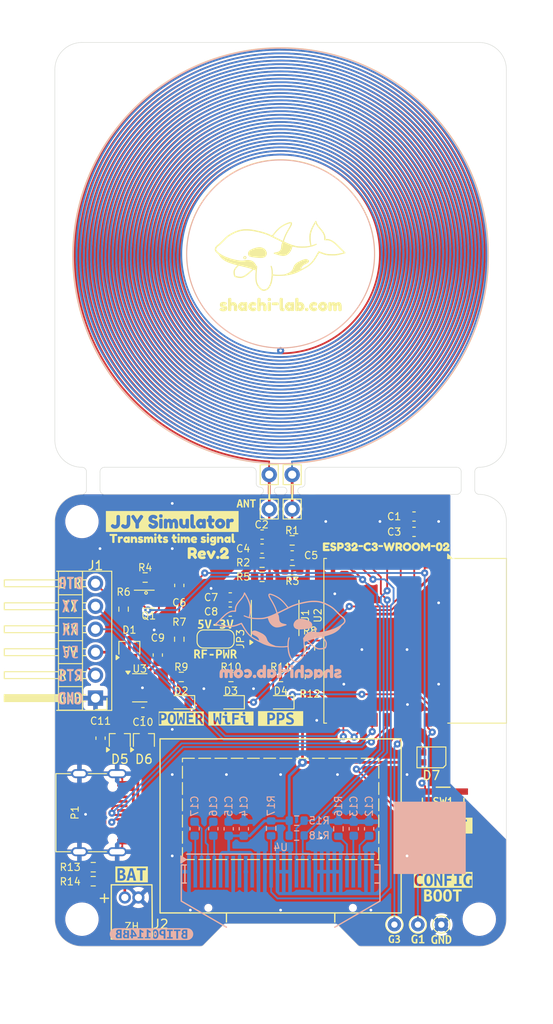
<source format=kicad_pcb>
(kicad_pcb (version 20241229) (generator "pcbnew") (generator_version "9.0")
  (layers (0 "F.Cu" signal) (2 "B.Cu" signal) (13 "F.Paste" user) (15 "B.Paste" user) (5 "F.SilkS" user "F.Silkscreen") (7 "B.SilkS" user "B.Silkscreen") (1 "F.Mask" user) (3 "B.Mask" user) (25 "Edge.Cuts" user))
  (net 0 "")
  (net 1 "GND")
  (net 2 "/VUSB")
  (net 3 "EN")
  (net 4 "+3V3")
  (net 5 "Net-(C2-Pad1)")
  (net 6 "Net-(U1-OUT_A)")
  (net 8 "Net-(U1-OUT_B)")
  (net 9 "Net-(P1-CC2)")
  (net 10 "Net-(P1-CC1)")
  (net 12 "Net-(U3-BP)")
  (net 13 "Net-(U4-VCC)")
  (net 14 "VIN")
  (net 15 "Net-(U4-VCOMH)")
  (net 16 "TX")
  (net 17 "GPIO6")
  (net 18 "GPIO7")
  (net 19 "RX")
  (net 20 "Net-(U4-C1N)")
  (net 21 "Net-(D4-A)")
  (net 22 "Net-(U4-C1P)")
  (net 23 "/5V")
  (net 24 "Net-(D2-A)")
  (net 25 "DTR")
  (net 26 "GPIO0")
  (net 27 "/ANT")
  (net 28 "/BAT")
  (net 29 "Net-(U4-C2N)")
  (net 30 "Net-(U4-C2P)")
  (net 32 "GPIO2")
  (net 33 "GPIO3")
  (net 34 "GPIO4")
  (net 36 "Net-(D3-A)")
  (net 37 "/RF_A")
  (net 38 "Net-(Q1B-B2)")
  (net 39 "GPIO9")
  (net 40 "GPIO8")
  (net 41 "GPIO10")
  (net 42 "GPIO5")
  (net 43 "USB_DM")
  (net 44 "USB_DP")
  (net 45 "GPIO1")
  (net 46 "RTS")
  (net 47 "Net-(Q1A-B1)")
  (net 48 "Net-(U1-IN_B)")
  (net 51 "Net-(U1-IN_A)")
  (net 52 "/RF_B")
  (net 53 "Net-(U4-IREF)")
  (net 57 "/RF_PWR")
  (footprint "kibuzzard-665B3587" (layer "F.Cu") (at 143 136.65)
    (property "Reference" "kibuzzard-17" (hide yes))
    (property "Value" "G***" (hide yes))
  )
  (footprint "Capacitor_SMD:C_0603_1608Metric" (layer "F.Cu") (at 119.425 112.975)
    (property "Reference" "C8")
    (property "Value" "0.1u")
  )
  (footprint "kibuzzard-665BB8A3" (layer "F.Cu") (at 101.7 114.9)
    (property "Reference" "kibuzzard-9" (hide yes))
    (property "Value" "G***" (hide yes))
  )
  (footprint "Resistor_SMD:R_0603_1608Metric" (layer "F.Cu") (at 128.25 120.175 -90)
    (property "Reference" "R12")
    (property "Value" "0")
  )
  (footprint "kibuzzard-669B6BC9" (layer "F.Cu") (at 114 124.8)
    (property "Reference" "kibuzzard-14" (hide yes))
    (property "Value" "G***" (hide yes))
  )
  (footprint "Resistor_SMD:R_0603_1608Metric" (layer "F.Cu") (at 126.28 105.09)
    (property "Reference" "R1")
    (property "Value" "1")
  )
  (footprint "kibuzzard-669B4532" (layer "F.Cu") (at 140.2 149.2)
    (property "Reference" "kibuzzard-22" (hide yes))
    (property "Value" "G***" (hide yes))
  )
  (footprint "LED_SMD:LED_0603_1608Metric" (layer "F.Cu") (at 125 123 180)
    (property "Reference" "D4")
    (property "Value" "BLUE")
  )
  (footprint "Resistor_SMD:R_0603_1608Metric" (layer "F.Cu") (at 122.95 107.55)
    (property "Reference" "R2")
    (property "Value" "1")
  )
  (footprint "Resistor_SMD:R_0603_1608Metric" (layer "F.Cu") (at 104.25 142.8 180)
    (property "Reference" "R14")
    (property "Value" "5.1k")
  )
  (footprint "kibuzzard-68D3A910" (layer "F.Cu") (at 113 105)
    (property "Reference" "kibuzzard-68D3A910" (hide yes))
    (property "Value" "G***" (hide yes))
  )
  (footprint "kibuzzard-669B16B9" (layer "F.Cu") (at 142.97 144.38)
    (property "Reference" "kibuzzard-20" (hide yes))
    (property "Value" "G***" (hide yes))
  )
  (footprint "MY_LIB:UG-2864-DISP" (layer "F.Cu") (at 125 134.8)
    (property "Reference" "REF**" (hide yes))
    (property "Value" "UG-2864-DISP")
  )
  (footprint "Capacitor_SMD:C_0603_1608Metric" (layer "F.Cu") (at 122.95 106)
    (property "Reference" "C4")
    (property "Value" "0.47u")
  )
  (footprint "kibuzzard-68C580B0" (layer "F.Cu") (at 117 106.5)
    (property "Reference" "kibuzzard-5" (hide yes))
    (property "Value" "G***" (hide yes))
  )
  (footprint "kibuzzard-68D2B4BB" (layer "F.Cu") (at 125 79)
    (property "Reference" "kibuzzard-28" (hide yes))
    (property "Value" "G***" (hide yes))
  )
  (footprint "kibuzzard-6646C6AC" (layer "F.Cu") (at 121.19 101)
    (property "Reference" "kibuzzard-1" (hide yes))
    (property "Value" "G***" (hide yes))
  )
  (footprint "Resistor_SMD:R_0603_1608Metric" (layer "F.Cu") (at 125 120.2 180)
    (property "Reference" "R11")
    (property "Value" "2.2k")
  )
  (footprint "kibuzzard-665BB8B1" (layer "F.Cu") (at 101.7 109.8)
    (property "Reference" "kibuzzard-6" (hide yes))
    (property "Value" "G***" (hide yes))
  )
  (footprint "Package_TO_SOT_SMD:SOT-323_SC-70" (layer "F.Cu") (at 109.86 127.2 90)
    (property "Reference" "D6")
    (property "Value" "SB1003M3")
  )
  (footprint "" (layer "F.Cu") (at 103 103 90)
    (property "Reference" "")
    (property "Value" "")
  )
  (footprint "Capacitor_SMD:C_0603_1608Metric" (layer "F.Cu") (at 126.28 106.75)
    (property "Reference" "C5")
    (property "Value" "NC")
  )
  (footprint "Capacitor_SMD:C_0603_1608Metric" (layer "F.Cu") (at 119.425 111.4)
    (property "Reference" "C7")
    (property "Value" "10u")
  )
  (footprint "LED_SMD:LED_0603_1608Metric" (layer "F.Cu") (at 119.5 123 180)
    (property "Reference" "D3")
    (property "Value" "YG")
  )
  (footprint "MY_LIB:Jumper-2_TH_3.81mm" (layer "F.Cu") (at 123.74 99.72 90)
    (property "Reference" "JP1" (hide yes))
    (property "Value" "ANT-A")
  )
  (footprint "Package_TO_SOT_SMD:SOT-323_SC-70" (layer "F.Cu") (at 108.25 117 90)
    (property "Reference" "D1")
    (property "Value" "SB1003M3")
  )
  (footprint "TestPoint:TestPoint_THTPad_D1.5mm_Drill0.7mm" (layer "F.Cu") (at 137.6 147.6)
    (property "Reference" "TP1" (hide yes))
    (property "Value" "TP")
  )
  (footprint "Resistor_SMD:R_0603_1608Metric" (layer "F.Cu") (at 104.25 141.25 180)
    (property "Reference" "R13")
    (property "Value" "5.1k")
  )
  (footprint "" (layer "F.Cu") (at 147 103 90)
    (property "Reference" "")
    (property "Value" "")
  )
  (footprint "kibuzzard-665B35C9" (layer "F.Cu") (at 108.5 142.05)
    (property "Reference" "kibuzzard-18" (hide yes))
    (property "Value" "G***" (hide yes))
  )
  (footprint "Resistor_SMD:R_0603_1608Metric" (layer "F.Cu") (at 126.3 108.4)
    (property "Reference" "R3")
    (property "Value" "100k")
  )
  (footprint "" (layer "F.Cu") (at 147 147 90)
    (property "Reference" "")
    (property "Value" "")
  )
  (footprint "kibuzzard-665BB8AA" (layer "F.Cu") (at 101.7 112.35)
    (property "Reference" "kibuzzard-7" (hide yes))
    (property "Value" "G***" (hide yes))
  )
  (footprint "Resistor_SMD:R_0603_1608Metric" (layer "F.Cu") (at 113.78 116.025 90)
    (property "Reference" "R7")
    (property "Value" "10k")
  )
  (footprint "" (layer "F.Cu") (at 103 53 90)
    (property "Reference" "")
    (property "Value" "")
  )
  (footprint "kibuzzard-66603A24" (layer "F.Cu") (at 136.7 105.8)
    (property "Reference" "kibuzzard-4" (hide yes))
    (property "Value" "G***" (hide yes))
  )
  (footprint "MY_LIB:JST_ZH_S2B-ZR_02x1.5mm_Angled" (layer "F.Cu") (at 108.5 144.6)
    (property "Reference" "J2")
    (property "Value" "BAT")
  )
  (footprint "MY_LIB:2-2J1A" (layer "F.Cu") (at 110.4 111.6 -90)
    (property "Reference" "Q1")
    (property "Value" "HN1C01FU-GR (1/2)")
  )
  (footprint "RF_Module:ESP32-C3-WROOM-02" (layer "F.Cu") (at 136.8 116.2 -90)
    (property "Reference" "U2")
    (property "Value" "ESP32-C3-WROOM-02")
  )
  (footprint "kibuzzard-665BB88E" (layer "F.Cu") (at 101.7 122.55)
    (property "Reference" "kibuzzard-13" (hide yes))
    (property "Value" "G***" (hide yes))
  )
  (footprint "Resistor_SMD:R_0603_1608Metric" (layer "F.Cu") (at 119.5 120.2 180)
    (property "Reference" "R10")
    (property "Value" "1k")
  )
  (footprint "kibuzzard-669B8438" (layer "F.Cu") (at 101.7 120)
    (property "Reference" "kibuzzard-12" (hide yes))
    (property "Value" "G***" (hide yes))
  )
  (footprint "Capacitor_SMD:C_0603_1608Metric" (layer "F.Cu") (at 113.78 110.075 -90)
    (property "Reference" "C6")
    (property "Value" "1u")
  )
  (footprint "Capacitor_SMD:C_0603_1608Metric" (layer "F.Cu") (at 109.75 124.1 180)
    (property "Reference" "C10")
    (property "Value" "0.22u")
  )
  (footprint "" (layer "F.Cu") (at 103 147 90)
    (property "Reference" "")
    (property "Value" "")
  )
  (footprint "Resistor_SMD:R_0603_1608Metric" (layer "F.Cu") (at 128.25 117 90)
    (property "Reference" "R8")
    (property "Value" "0")
  )
  (footprint "MY_LIB:eSOP-8_3.9x5.05mm_EP_3.1x2.2mm_P1.27mm" (layer "F.Cu") (at 124.395 113.675 90)
    (property "Reference" "U1")
    (property "Value" "AM1025EA")
  )
  (footprint "MY_LIB:SKRPACE010" (layer "F.Cu") (at 143 140)
    (property "Reference" "SW2")
    (property "Value" "CONFIG" (hide yes))
  )
  (footprint "Capacitor_SMD:C_0603_1608Metric" (layer "F.Cu") (at 139.775 102.45 180)
    (property "Reference" "C1")
    (property "Value" "10u")
  )
  (footprint "Resistor_SMD:R_0603_1608Metric" (layer "F.Cu") (at 107.61 112.7 90)
    (property "Reference" "R6")
    (property "Value" "10k")
  )
  (footprint "MY_LIB:Jumper-2_TH_3.81mm" (layer "F.Cu") (at 126.28 99.72 90)
    (property "Reference" "JP2" (hide yes))
    (property "Value" "GND")
  )
  (footprint "Resistor_SMD:R_0603_1608Metric" (layer "F.Cu") (at 114 120.2 180)
    (property "Reference" "R9")
    (property "Value" "4.7k")
  )
  (footprint "" (layer "F.Cu") (at 147 53 90)
    (property "Reference" "")
    (property "Value" "")
  )
  (footprint "Capacitor_SMD:C_0603_1608Metric" (layer "F.Cu") (at 105.06 126.975 -90)
    (property "Reference" "C11")
    (property "Value" "1u")
  )
  (footprint "Resistor_SMD:R_0603_1608Metric" (layer "F.Cu") (at 122.95 109.125)
    (property "Reference" "R5")
    (property "Value" "NC")
  )
  (footprint "Capacitor_SMD:C_0603_1608Metric" (layer "F.Cu") (at 139.775 104.15 180)
    (property "Reference" "C3")
    (property "Value" "0.1u")
  )
  (footprint "LED_SMD:LED_0603_1608Metric" (layer "F.Cu") (at 114 123 180)
    (property "Reference" "D2")
    (property "Value" "RED")
  )
  (footprint "kibuzzard-68D324EE" (layer "F.Cu") (at 117.8 117.65)
    (property "Reference" "kibuzzard-11" (hide yes))
    (property "Value" "G***" (hide yes))
  )
  (footprint "kibuzzard-665A8DD6" (layer "F.Cu") (at 137.6 149.2)
    (property "Reference" "kibuzzard-21" (hide yes))
    (property "Value" "G***" (hide yes))
  )
  (footprint "kibuzzard-68D324C9" (layer "F.Cu") (at 117.8 114.35)
    (property "Reference" "kibuzzard-8" (hide yes))
    (property "Value" "G***" (hide yes))
  )
  (footprint "Package_TO_SOT_SMD:SOT-323_SC-70" (layer "F.Cu") (at 107.1925 127.2 90)
    (property "Reference" "D5")
    (property "Value" "SB1003M3")
  )
  (footprint "" (layer "F.Cu") (at 103 94 90)
    (property "Reference" "")
    (property "Value" "")
  )
  (footprint "Capacitor_SMD:C_0603_1608Metric" (layer "F.Cu") (at 122.95 104.45)
    (property "Reference" "C2")
    (property "Value" "0.1u")
  )
  (footprint "LED_SMD:LED_WS2812B-2020_PLCC4_2.0x2.0mm" (layer "F.Cu") (at 141.7 129.1 180)
    (property "Reference" "D7")
    (property "Value" "WS2812B-2020")
  )
  (footprint "kibuzzard-665B35AE" (layer "F.Cu") (at 142.8 149.25)
    (property "Reference" "kibuzzard-23" (hide yes))
    (property "Value" "G***" (hide yes))
  )
  (footprint "kibuzzard-665B357F" (layer "F.Cu") (at 143 142.65)
    (property "Reference" "kibuzzard-19" (hide yes))
    (property "Value" "G***" (hide yes))
  )
  (footprint "kibuzzard-665BB89D" (layer "F.Cu") (at 101.7 117.45)
    (property "Reference" "kibuzzard-10" (hide yes))
    (property "Value" "G***" (hide yes))
  )
  (footprint "Jumper:SolderJumper-3_P1.3mm_Open_RoundedPad1.0x1.5mm_NumberLabels" (layer "F.Cu") (at 117.8 116 180)
    (property "Reference" "JP3")
    (property "Value" "PWR_SEL")
  )
  (footprint "kibuzzard-68E061D7" (layer "F.Cu") (at 125 124.8)
    (property "Reference" "kibuzzard-68E061D7" (hide yes))
    (property "Value" "G***" (hide yes))
  )
  (footprint "kibuzzard-669B6DC4" (layer "F.Cu") (at 119.5 124.8)
    (property "Reference" "kibuzzard-15" (hide yes))
    (property "Value" "G***" (hide yes))
  )
  (footprint "TestPoint:TestPoint_THTPad_D1.5mm_Drill0.7mm" (layer "F.Cu") (at 140.2 147.6)
    (property "Reference" "TP2" (hide yes))
    (property "Value" "TP")
  )
  (footprint "Connector_PinHeader_2.54mm:PinHeader_1x06_P2.54mm_Horizontal" (layer "F.Cu") (at 104.5 122.54 180)
    (property "Reference" "J1")
    (property "Value" "UART")
  )
  (footprint "Package_TO_SOT_SMD:SOT-23-5" (layer "F.Cu") (at 109.4 121.4)
    (property "Reference" "U3")
    (property "Value" "RT9193-33GB")
  )
  (footprint "kibuzzard-68D3A9C1" (layer "F.Cu") (at 113 103)
    (property "Reference" "kibuzzard-68D3A9C1" (hide yes))
    (property "Value" "G***" (hide yes))
  )
  (footprint "Capacitor_SMD:C_0603_1608Metric" (layer "F.Cu") (at 111.4 117.775 90)
    (property "Reference" "C9")
    (property "Value" "1u")
  )
  (footprint "Resistor_SMD:R_0603_1608Metric" (layer "F.Cu") (at 110 109.2)
    (property "Reference" "R4")
    (property "Value" "10k")
  )
  (footprint "MY_LIB:5077CR-16SMC2-BK-TR" (layer "F.Cu") (at 102.72 135.22 -90)
    (property "Reference" "P1")
    (property "Value" "USB_C_Plug_USB2.0" (hide yes))
  )
  (footprint "TestPoint:TestPoint_THTPad_D1.5mm_Drill0.7mm" (layer "F.Cu") (at 142.8 147.6)
    (property "Reference" "TP3" (hide yes))
    (property "Value" "TP")
  )
  (footprint "MY_LOGO:ORCA_LOGO_15mm" (layer "F.Cu") (at 125 73.594)
    (property "Reference" "G***" (hide yes))
    (property "Value" "LOGO" (hide yes))
  )
  (footprint "MY_LIB:SKRPACE010" (layer "F.Cu") (at 143 134)
    (property "Reference" "SW1")
    (property "Value" "RESET" (hide yes))
  )
  (footprint "" (layer "F.Cu") (at 147 94 90)
    (property "Reference" "")
    (property "Value" "")
  )
  (footprint "kibuzzard-665BBA79" (layer "B.Cu") (at 101.7 122.55 180)
    (property "Reference" "kibuzzard-30" (hide yes))
    (property "Value" "G***" (hide yes))
  )
  (footprint "Resistor_SMD:R_0603_1608Metric" (layer "B.Cu") (at 131.4 137 90)
    (property "Reference" "R16")
    (property "Value" "390k")
  )
  (footprint "Capacitor_SMD:C_0603_1608Metric" (layer "B.Cu") (at 117.55 136.995 -90)
    (property "Reference" "C16")
    (property "Value" "1u")
  )
  (footprint "Capacitor_SMD:C_0603_1608Metric" (layer "B.Cu") (at 134.8 137 90)
    (property "Reference" "C12")
    (property "Value" "4.7u")
  )
  (footprint "Resistor_SMD:R_0603_1608Metric" (layer "B.Cu") (at 126.775 137.75 180)
    (property "Reference" "R18")
    (property "Value" "10k")
  )
  (footprint "Capacitor_SMD:C_0603_1608Metric" (layer "B.Cu") (at 119.25 137 90)
    (property "Reference" "C15")
    (property "Value" "1u")
  )
  (footprint "MY_LOGO:ORCA_LOGO_15mm" (layer "B.Cu") (at 124.9 114.7 180)
    (property "Reference" "G***" (hide yes))
    (property "Value" "LOGO" (hide yes))
  )
  (footprint "Capacitor_SMD:C_0603_1608Metric" (layer "B.Cu") (at 115.475 136.995 90)
    (property "Reference" "C17")
    (property "Value" "1u")
  )
  (footprint "kibuzzard-669B8430" (layer "B.Cu") (at 101.7 120 180)
    (property "Reference" "kibuzzard-29" (hide yes))
    (property "Value" "G***" (hide yes))
  )
  (footprint "Resistor_SMD:R_0603_1608Metric" (layer "B.Cu") (at 123.95 136.95 -90)
    (property "Reference" "R17")
    (property "Value" "10k")
  )
  (footprint "Capacitor_SMD:C_0603_1608Metric" (layer "B.Cu") (at 120.925 137 90)
    (property "Reference" "C14")
    (property "Value" "1u")
  )
  (footprint "kibuzzard-665BBA5E" (layer "B.Cu") (at 101.7 109.8 180)
    (property "Reference" "kibuzzard-24" (hide yes))
    (property "Value" "G***" (hide yes))
  )
  (footprint "kibuzzard-665BBA69" (layer "B.Cu") (at 101.7 114.9 180)
    (property "Reference" "kibuzzard-26" (hide yes))
    (property "Value" "G***" (hide yes))
  )
  (footprint "kibuzzard-665BBA64" (layer "B.Cu") (at 101.7 112.35 180)
    (property "Reference" "kibuzzard-25" (hide yes))
    (property "Value" "G***" (hide yes))
  )
  (footprint "kibuzzard-665BBA6E" (layer "B.Cu") (at 101.7 117.45 180)
    (property "Reference" "kibuzzard-27" (hide yes))
    (property "Value" "G***" (hide yes))
  )
  (footprint "Resistor_SMD:R_0603_1608Metric" (layer "B.Cu") (at 126.775 136.1 180)
    (property "Reference" "R15")
    (property "Value" "10k")
  )
  (footprint "kibuzzard-68DDC93A" (layer "B.Cu") (at 110.7 148.65 180)
    (property "Reference" "kibuzzard-68DDC93A" (hide yes))
    (property "Value" "G***" (hide yes))
  )
  (footprint "MY_LIB:UG-2864-FPC" (layer "B.Cu") (at 125 142)
    (property "Reference" "U4")
    (property "Value" "UG-2864HL" (hide yes))
  )
  (footprint "Capacitor_SMD:C_0603_1608Metric" (layer "B.Cu") (at 133.1 137 90)
    (property "Reference" "C13")
    (property "Value" "4.7u")
  )
  (footprint "kibuzzard-68D2B4BB" (layer "B.Cu") (at 125 119.6 180)
    (property "Reference" "kibuzzard-28" (hide yes))
    (property "Value" "G***" (hide yes))
  )
  (gr_arc (start 125 92.8) (mid 105.8 73.6) (end 125 54.4) (stroke (width 0.2)) (layer "F.Cu") (net 27))
  (gr_arc (start 125 93.2) (mid 105.4 73.6) (end 125 54) (stroke (width 0.2)) (layer "F.Cu") (net 27))
  (gr_arc (start 125 51.2) (mid 147.2 73.4) (end 125 95.6) (stroke (width 0.2)) (layer "F.Cu") (net 27))
  (gr_arc (start 125 94.8) (mid 103.8 73.6) (end 125 52.4) (stroke (width 0.2)) (layer "F.Cu") (net 27))
  (gr_arc (start 125 86) (mid 112.6 73.6) (end 125 61.2) (stroke (width 0.2)) (layer "F.Cu") (net 27))
  (gr_arc (start 125 88.4) (mid 110.2 73.6) (end 125 58.8) (stroke (width 0.2)) (layer "F.Cu") (net 27))
  (gr_arc (start 125 56) (mid 142.4 73.4) (end 125 90.8) (stroke (width 0.2)) (layer "F.Cu") (net 27))
  (gr_arc (start 125 86.8) (mid 111.8 73.6) (end 125 60.4) (stroke (width 0.2)) (layer "F.Cu") (net 27))
  (gr_arc (start 125 93.6) (mid 105 73.6) (end 125 53.6) (stroke (width 0.2)) (layer "F.Cu") (net 27))
  (gr_arc (start 125 54.4) (mid 144 73.4) (end 125 92.4) (stroke (width 0.2)) (layer "F.Cu") (net 27))
  (gr_arc (start 125 94.4) (mid 104.2 73.6) (end 125 52.8) (stroke (width 0.2)) (layer "F.Cu") (net 27))
  (gr_arc (start 125 85.6) (mid 113 73.6) (end 125 61.6) (stroke (width 0.2)) (layer "F.Cu") (net 27))
  (gr_arc (start 125 92) (mid 106.6 73.6) (end 125 55.2) (stroke (width 0.2)) (layer "F.Cu") (net 27))
  (gr_arc (start 125 57.2) (mid 141.2 73.4) (end 125 89.6) (stroke (width 0.2)) (layer "F.Cu") (net 27))
  (gr_arc (start 125 88) (mid 110.6 73.6) (end 125 59.2) (stroke (width 0.2)) (layer "F.Cu") (net 27))
  (gr_arc (start 125 87.2) (mid 111.4 73.6) (end 125 60) (stroke (width 0.2)) (layer "F.Cu") (net 27))
  (gr_arc (start 125 59.6) (mid 138.8 73.4) (end 125 87.2) (stroke (width 0.2)) (layer "F.Cu") (net 27))
  (gr_arc (start 125 89.6) (mid 109 73.6) (end 125 57.6) (stroke (width 0.2)) (layer "F.Cu") (net 27))
  (gr_arc (start 125 96) (mid 102.6 73.6) (end 125 51.2) (stroke (width 0.2)) (layer "F.Cu") (net 27))
  (gr_arc (start 125 59.2) (mid 139.2 73.4) (end 125 87.6) (stroke (width 0.2)) (layer "F.Cu") (net 27))
  (gr_arc (start 125 51.6) (mid 146.8 73.4) (end 125 95.2) (stroke (width 0.2)) (layer "F.Cu") (net 27))
  (gr_arc (start 125 53.2) (mid 145.2 73.4) (end 125 93.6) (stroke (width 0.2)) (layer "F.Cu") (net 27))
  (gr_arc (start 125 60) (mid 138.4 73.4) (end 125 86.8) (stroke (width 0.2)) (layer "F.Cu") (net 27))
  (gr_arc (start 125 88.8) (mid 109.8 73.6) (end 125 58.4) (stroke (width 0.2)) (layer "F.Cu") (net 27))
  (gr_arc (start 125 95.6) (mid 103 73.6) (end 125 51.6) (stroke (width 0.2)) (layer "F.Cu") (net 27))
  (gr_arc (start 125 90.8) (mid 107.8 73.6) (end 125 56.4) (stroke (width 0.2)) (layer "F.Cu") (net 27))
  (gr_arc (start 125 53.6) (mid 144.8 73.4) (end 125 93.2) (stroke (width 0.2)) (layer "F.Cu") (net 27))
  (gr_arc (start 125 58) (mid 140.4 73.4) (end 125 88.8) (stroke (width 0.2)) (layer "F.Cu") (net 27))
  (gr_arc (start 125 58.4) (mid 140 73.400013) (end 124.999974 88.4) (stroke (width 0.2)) (layer "F.Cu") (net 27))
  (gr_arc (start 125 89.2) (mid 109.4 73.6) (end 125 58) (stroke (width 0.2)) (layer "F.Cu") (net 27))
  (gr_arc (start 125 54.8) (mid 143.6 73.4) (end 125 92) (stroke (width 0.2)) (layer "F.Cu") (net 27))
  (gr_arc (start 125 61.2) (mid 137.2 73.4) (end 125 85.6) (stroke (width 0.2)) (layer "F.Cu") (net 27))
  (gr_arc (start 125 58.8) (mid 139.6 73.4) (end 125 88) (stroke (width 0.2)) (layer "F.Cu") (net 27))
  (gr_arc (start 125 57.6) (mid 140.8 73.4) (end 125 89.2) (stroke (width 0.2)) (layer "F.Cu") (net 27))
  (gr_arc (start 125 60.4) (mid 138 73.4) (end 125 86.4) (stroke (width 0.2)) (layer "F.Cu") (net 27))
  (gr_arc (start 125.006188 50.800003) (mid 147.599998 73.403094) (end 125 96) (stroke (width 0.2)) (layer "F.Cu") (net 27))
  (gr_arc (start 125 54) (mid 144.4 73.4) (end 125 92.8) (stroke (width 0.2)) (layer "F.Cu") (net 27))
  (gr_arc (start 125 85.2) (mid 113.4 73.6) (end 125 62) (stroke (width 0.2)) (layer "F.Cu") (net 27))
  (gr_arc (start 125 61.6) (mid 136.8 73.4) (end 125 85.2) (stroke (width 0.2)) (layer "F.Cu") (net 27))
  (gr_arc (start 123.73 96.359999) (mid 102.210469 72.95566) (end 125.006185 50.792442) (stroke (width 0.2)) (layer "F.Cu") (net 27))
  (gr_arc (start 125 55.2) (mid 143.2 73.4) (end 125 91.6) (stroke (width 0.2)) (layer "F.Cu") (net 27))
  (gr_arc (start 125 55.6) (mid 142.8 73.4) (end 125 91.2) (stroke (width 0.2)) (layer "F.Cu") (net 27))
  (gr_arc (start 125 92.4) (mid 106.2 73.6) (end 125 54.8) (stroke (width 0.2)) (layer "F.Cu") (net 27))
  (gr_arc (start 125 86.4) (mid 112.2 73.6) (end 125 60.8) (stroke (width 0.2)) (layer "F.Cu") (net 27))
  (gr_arc (start 125 91.2) (mid 107.4 73.6) (end 125 56) (stroke (width 0.2)) (layer "F.Cu") (net 27))
  (gr_arc (start 125 94) (mid 104.6 73.6) (end 125 53.2) (stroke (width 0.2)) (layer "F.Cu") (net 27))
  (gr_arc (start 125 52.4) (mid 146 73.4) (end 125 94.4) (stroke (width 0.2)) (layer "F.Cu") (net 27))
  (gr_arc (start 125 90) (mid 108.6 73.6) (end 125 57.2) (stroke (width 0.2)) (layer "F.Cu") (net 27))
  (gr_arc (start 125 84.8) (mid 113.8 73.6) (end 125 62.4) (stroke (width 0.2)) (layer "F.Cu") (net 27))
  (gr_arc (start 125 60.8) (mid 137.6 73.4) (end 125 86) (stroke (width 0.2)) (layer "F.Cu") (net 27))
  (gr_arc (start 125 52.8) (mid 145.6 73.4) (end 125 94) (stroke (width 0.2)) (layer "F.Cu") (net 27))
  (gr_arc (start 125 56.4) (mid 142 73.400489) (end 124.999021 90.4) (stroke (width 0.2)) (layer "F.Cu") (net 27))
  (gr_arc (start 125 95.2) (mid 103.4 73.6) (end 125 52) (stroke (width 0.2)) (layer "F.Cu") (net 27))
  (gr_arc (start 125 56.8) (mid 141.6 73.4) (end 125 90) (stroke (width 0.2)) (layer "F.Cu") (net 27))
  (gr_arc (start 125 52) (mid 146.4 73.4) (end 125 94.8) (stroke (width 0.2)) (layer "F.Cu") (net 27))
  (gr_arc (start 125 90.4) (mid 108.2 73.6) (end 125 56.8) (stroke (width 0.2)) (layer "F.Cu") (net 27))
  (gr_arc (start 125 87.6) (mid 111 73.6) (end 125 59.6) (stroke (width 0.2)) (layer "F.Cu") (net 27))
  (gr_arc (start 125 62) (mid 136.4 73.4) (end 125 84.8) (stroke (width 0.2)) (layer "F.Cu") (net 27))
  (gr_arc (start 125 62.4) (mid 136 73.4) (end 125 84.4) (stroke (width 0.2)) (layer "F.Cu") (net 27))
  (gr_arc (start 125 91.6) (mid 107 73.6) (end 125 55.6) (stroke (width 0.2)) (layer "F.Cu") (net 27))
  (gr_arc (start 125 57.6) (mid 141 73.6) (end 125 89.6) (stroke (width 0.2)) (layer "B.Cu") (net 27))
  (gr_arc (start 125 88.4) (mid 110 73.4) (end 125 58.4) (stroke (width 0.2)) (layer "B.Cu") (net 27))
  (gr_arc (start 125 55.6) (mid 143 73.6) (end 125 91.6) (stroke (width 0.2)) (layer "B.Cu") (net 27))
  (gr_arc (start 125 84.4) (mid 114 73.4) (end 125 62.4) (stroke (width 0.2)) (layer "B.Cu") (net 27))
  (gr_arc (start 125 53.6) (mid 145 73.6) (end 125 93.6) (stroke (width 0.2)) (layer "B.Cu") (net 27))
  (gr_arc (start 125 86) (mid 112.4 73.4) (end 125 60.8) (stroke (width 0.2)) (layer "B.Cu") (net 27))
  (gr_arc (start 125 56.4) (mid 142.2 73.6) (end 125 90.8) (stroke (width 0.2)) (layer "B.Cu") (net 27))
  (gr_arc (start 125 94.4) (mid 104 73.4) (end 125 52.4) (stroke (width 0.2)) (layer "B.Cu") (net 27))
  (gr_arc (start 125 86.4) (mid 112 73.4) (end 125 60.4) (stroke (width 0.2)) (layer "B.Cu") (net 27))
  (gr_arc (start 125 56.8) (mid 141.8 73.6) (end 125 90.4) (stroke (width 0.2)) (layer "B.Cu") (net 27))
  (gr_arc (start 125 95.2) (mid 103.2 73.4) (end 125 51.6) (stroke (width 0.2)) (layer "B.Cu") (net 27))
  (gr_arc (start 125 58) (mid 140.6 73.6) (end 125 89.2) (stroke (width 0.2)) (layer "B.Cu") (net 27))
  (gr_arc (start 125 88) (mid 110.4 73.4) (end 125 58.8) (stroke (width 0.2)) (layer "B.Cu") (net 27))
  (gr_arc (start 125 90.4) (mid 108 73.4) (end 125 56.4) (stroke (width 0.2)) (layer "B.Cu") (net 27))
  (gr_arc (start 125 58.8) (mid 139.8 73.6) (end 125 88.4) (stroke (width 0.2)) (layer "B.Cu") (net 27))
  (gr_arc (start 125 94) (mid 104.4 73.4) (end 125 52.8) (stroke (width 0.2)) (layer "B.Cu") (net 27))
  (gr_arc (start 125 60.8) (mid 137.8 73.6) (end 125 86.4) (stroke (width 0.2)) (layer "B.Cu") (net 27))
  (gr_arc (start 125 92) (mid 106.4 73.4) (end 125 54.8) (stroke (width 0.2)) (layer "B.Cu") (net 27))
  (gr_arc (start 125 51.2) (mid 147.4 73.6) (end 125 96) (stroke (width 0.2)) (layer "B.Cu") (net 27))
  (gr_arc (start 125 91.2) (mid 107.2 73.4) (end 125 55.6) (stroke (width 0.2)) (layer "B.Cu") (net 27))
  (gr_arc (start 125 90.8) (mid 107.6 73.4) (end 125 56) (stroke (width 0.2)) (layer "B.Cu") (net 27))
  (gr_arc (start 125 85.2) (mid 113.2 73.4) (end 125 61.6) (stroke (width 0.2)) (layer "B.Cu") (net 27))
  (gr_arc (start 125 53.2) (mid 145.4 73.6) (end 125 94) (stroke (width 0.2)) (layer "B.Cu") (net 27))
  (gr_arc (start 125 54.8) (mid 143.8 73.6) (end 125 92.4) (stroke (width 0.2)) (layer "B.Cu") (net 27))
  (gr_arc (start 125 93.6) (mid 104.8 73.4) (end 125 53.2) (stroke (width 0.2)) (layer "B.Cu") (net 27))
  (gr_arc (start 125 56) (mid 142.6 73.6) (end 125 91.2) (stroke (width 0.2)) (layer "B.Cu") (net 27))
  (gr_arc (start 125 57.2) (mid 141.4 73.6) (end 125 90) (stroke (width 0.2)) (layer "B.Cu") (net 27))
  (gr_arc (start 125 89.2) (mid 109.2 73.4) (end 125 57.6) (stroke (width 0.2)) (layer "B.Cu") (net 27))
  (gr_arc (start 125 90) (mid 108.4 73.4) (end 125 56.8) (stroke (width 0.2)) (layer "B.Cu") (net 27))
  (gr_arc (start 125 85.6) (mid 112.8 73.4) (end 125 61.2) (stroke (width 0.2)) (layer "B.Cu") (net 27))
  (gr_arc (start 125 50.8) (mid 147.791068 72.96185) (end 126.2758 96.364278) (stroke (width 0.2)) (layer "B.Cu") (net 27))
  (gr_arc (start 125 52) (mid 146.6 73.6) (end 125 95.2) (stroke (width 0.2)) (layer "B.Cu") (net 27))
  (gr_arc (start 125 60) (mid 138.6 73.6) (end 125 87.2) (stroke (width 0.2)) (layer "B.Cu") (net 27))
  (gr_arc (start 125 94.8) (mid 103.6 73.4) (end 125 52) (stroke (width 0.2)) (layer "B.Cu") (net 27))
  (gr_arc (start 125 62) (mid 136.6 73.6) (end 125 85.2) (stroke (width 0.2)) (layer "B.Cu") (net 27))
  (gr_arc (start 125 59.6) (mid 139 73.6) (end 125 87.6) (stroke (width 0.2)) (layer "B.Cu") (net 27))
  (gr_arc (start 125 95.6) (mid 102.8 73.4) (end 125 51.2) (stroke (width 0.2)) (layer "B.Cu") (net 27))
  (gr_arc (start 125 93.2) (mid 105.2 73.4) (end 125 53.6) (stroke (width 0.2)) (layer "B.Cu") (net 27))
  (gr_arc (start 125 60.4) (mid 138.2 73.6) (end 125 86.8) (stroke (width 0.2)) (layer "B.Cu") (net 27))
  (gr_arc (start 125 52.8) (mid 145.8 73.6) (end 125 94.4) (stroke (width 0.2)) (layer "B.Cu") (net 27))
  (gr_arc (start 125 54) (mid 144.6 73.6) (end 125 93.2) (stroke (width 0.2)) (layer "B.Cu") (net 27))
  (gr_arc (start 125 51.6) (mid 147 73.6) (end 125 95.6) (stroke (width 0.2)) (layer "B.Cu") (net 27))
  (gr_arc (start 125 88.8) (mid 109.6 73.4) (end 125 58) (stroke (width 0.2)) (layer "B.Cu") (net 27))
  (gr_arc (start 125 87.6) (mid 110.8 73.4) (end 125 59.2) (stroke (width 0.2)) (layer "B.Cu") (net 27))
  (gr_arc (start 125 59.2) (mid 139.4 73.6) (end 125 88) (stroke (width 0.2)) (layer "B.Cu") (net 27))
  (gr_arc (start 125 52.4) (mid 146.2 73.6) (end 125 94.8) (stroke (width 0.2)) (layer "B.Cu") (net 27))
  (gr_arc (start 125 91.6) (mid 106.8 73.4) (end 125 55.2) (stroke (width 0.2)) (layer "B.Cu") (net 27))
  (gr_arc (start 125 92.4) (mid 106 73.4) (end 125 54.4) (stroke (width 0.2)) (layer "B.Cu") (net 27))
  (gr_arc (start 125 58.4) (mid 140.2 73.6) (end 125 88.8) (stroke (width 0.2)) (layer "B.Cu") (net 27))
  (gr_arc (start 125 61.6) (mid 137 73.6) (end 125 85.6) (stroke (width 0.2)) (layer "B.Cu") (net 27))
  (gr_arc (start 125 86.8) (mid 111.6 73.4) (end 125 60) (stroke (width 0.2)) (layer "B.Cu") (net 27))
  (gr_arc (start 125 92.8) (mid 105.6 73.4) (end 125 54) (stroke (width 0.2)) (layer "B.Cu") (net 27))
  (gr_arc (start 125 55.2) (mid 143.4 73.6) (end 125 92) (stroke (width 0.2)) (layer "B.Cu") (net 27))
  (gr_arc (start 125 54.4) (mid 144.2 73.6) (end 125 92.8) (stroke (width 0.2)) (layer "B.Cu") (net 27))
  (gr_arc (start 125 96) (mid 102.4 73.4) (end 125 50.8) (stroke (width 0.2)) (layer "B.Cu") (net 27))
  (gr_arc (start 125 84.8) (mid 113.6 73.4) (end 125 62) (stroke (width 0.2)) (layer "B.Cu") (net 27))
  (gr_arc (start 125 61.2) (mid 137.4 73.6) (end 125 86) (stroke (width 0.2)) (layer "B.Cu") (net 27))
  (gr_arc (start 125 62.4) (mid 136.2 73.6) (end 125 84.8) (stroke (width 0.2)) (layer "B.Cu") (net 27))
  (gr_arc (start 125 87.2) (mid 111.2 73.4) (end 125 59.6) (stroke (width 0.2)) (layer "B.Cu") (net 27))
  (gr_arc (start 125 89.6) (mid 108.8 73.4) (end 125 57.2) (stroke (width 0.2)) (layer "B.Cu") (net 27))
  (gr_line (start 106.3 108.5) (end 100.2 108.5) (stroke (width 0.12)) (layer "F.SilkS"))
  (gr_circle (center 125 73.382707) (end 125.6 83.782707) (stroke (width 0.12)) (fill no) (layer "F.SilkS"))
  (gr_line (start 106.3 123.9) (end 106.3 108.5) (stroke (width 0.12)) (layer "F.SilkS"))
  (gr_arc (start 122.410868 96.470665) (mid 124.997047 50.583247) (end 127.595 96.47) (stroke (width 0.12)) (layer "F.SilkS"))
  (gr_line (start 100.2 123.9) (end 106.3 123.9) (stroke (width 0.12)) (layer "F.SilkS"))
  (gr_circle (center 125 73.6) (end 125 96.6) (stroke (width 0.12)) (fill no) (layer "B.SilkS"))
  (gr_circle (center 125 73.4) (end 125 63) (stroke (width 0.12)) (fill no) (layer "B.SilkS"))
  (gr_rect (start 137.5 134) (end 145.5 142) (fill yes) (layer "B.SilkS"))
  (gr_arc (start 145 99.5) (mid 144.853553 99.853553) (end 144.5 100) (stroke (width 0.05)) (layer "Edge.Cuts"))
  (gr_arc (start 127.3 100) (mid 126.9 99.6) (end 127.3 99.2) (stroke (width 0.05)) (layer "Edge.Cuts"))
  (gr_arc (start 144.5 97) (mid 144.853553 97.146447) (end 145 97.5) (stroke (width 0.05)) (layer "Edge.Cuts"))
  (gr_line (start 122.3 97.5) (end 122.3 98.8) (stroke (width 0.05)) (layer "Edge.Cuts"))
  (gr_line (start 128.2 97) (end 144.5 97) (stroke (width 0.05)) (layer "Edge.Cuts"))
  (gr_arc (start 127.7 98.8) (mid 127.582843 99.082843) (end 127.3 99.2) (stroke (width 0.05)) (layer "Edge.Cuts"))
  (gr_arc (start 131 147.5) (mid 131.191342 147.53806) (end 131.353553 147.646447) (stroke (width 0.05)) (layer "Edge.Cuts"))
  (gr_line (start 105 97.5) (end 105 99.5) (stroke (width 0.05)) (layer "Edge.Cuts"))
  (gr_arc (start 103.5 99.5) (mid 103.353553 99.853553) (end 103 100) (stroke (width 0.05)) (layer "Edge.Cuts"))
  (gr_line (start 103.5 99.5) (end 103.5 97.5) (stroke (width 0.05)) (layer "Edge.Cuts"))
  (gr_arc (start 121.8 97) (mid 122.153553 97.146447) (end 122.3 97.5) (stroke (width 0.05)) (layer "Edge.Cuts"))
  (gr_arc (start 116.462211 149.853553) (mid 116.3 149.961939) (end 116.108658 150) (stroke (width 0.05)) (layer "Edge.Cuts"))
  (gr_arc (start 150 94) (mid 149.12132 96.12132) (end 147 97) (stroke (width 0.05)) (layer "Edge.Cuts"))
  (gr_line (start 144.5 100) (end 127.3 100) (stroke (width 0.05)) (layer "Edge.Cuts"))
  (gr_arc (start 147 50) (mid 149.12132 50.87868) (end 150 53) (stroke (width 0.05)) (layer "Edge.Cuts"))
  (gr_line (start 116.108658 150) (end 103 150) (stroke (width 0.05)) (layer "Edge.Cuts"))
  (gr_arc (start 127.7 97.5) (mid 127.846447 97.146447) (end 128.2 97) (stroke (width 0.05)) (layer "Edge.Cuts"))
  (gr_arc (start 105 97.5) (mid 105.146447 97.146447) (end 105.5 97) (stroke (width 0.05)) (layer "Edge.Cuts"))
  (gr_line (start 150 53) (end 150 94) (stroke (width 0.05)) (layer "Edge.Cuts"))
  (gr_arc (start 147 100) (mid 149.12132 100.87868) (end 150 103) (stroke (width 0.05)) (layer "Edge.Cuts"))
  (gr_line (start 131 147.5) (end 119 147.5) (stroke (width 0.05)) (layer "Edge.Cuts"))
  (gr_arc (start 100 53) (mid 100.87868 50.87868) (end 103 50) (stroke (width 0.05)) (layer "Edge.Cuts"))
  (gr_arc (start 118.646447 147.646447) (mid 118.808658 147.538061) (end 119 147.5) (stroke (width 0.05)) (layer "Edge.Cuts"))
  (gr_arc (start 122.7 99.2) (mid 122.417157 99.082843) (end 122.3 98.8) (stroke (width 0.05)) (layer "Edge.Cuts"))
  (gr_line (start 118.646447 147.646448) (end 116.462211 149.853553) (stroke (width 0.05)) (layer "Edge.Cuts"))
  (gr_arc (start 100 103) (mid 100.87868 100.87868) (end 103 100) (stroke (width 0.05)) (layer "Edge.Cuts"))
  (gr_arc (start 103 97) (mid 100.87868 96.12132) (end 100 94) (stroke (width 0.05)) (layer "Edge.Cuts"))
  (gr_line (start 150 147) (end 150 103) (stroke (width 0.05)) (layer "Edge.Cuts"))
  (gr_arc (start 122.7 99.2) (mid 123.1 99.6) (end 122.7 100) (stroke (width 0.05)) (layer "Edge.Cuts"))
  (gr_line (start 125.3 99.2) (end 124.7 99.2) (stroke (width 0.05)) (layer "Edge.Cuts"))
  (gr_line (start 100 94) (end 100 53) (stroke (width 0.05)) (layer "Edge.Cuts"))
  (gr_arc (start 150 147) (mid 149.12132 149.12132) (end 147 150) (stroke (width 0.05)) (layer "Edge.Cuts"))
  (gr_arc (start 103 97) (mid 103.353553 97.146447) (end 103.5 97.5) (stroke (width 0.05)) (layer "Edge.Cuts"))
  (gr_line (start 124.7 100) (end 125.3 100) (stroke (width 0.05)) (layer "Edge.Cuts"))
  (gr_arc (start 105.5 100) (mid 105.146447 99.853553) (end 105 99.5) (stroke (width 0.05)) (layer "Edge.Cuts"))
  (gr_line (start 146.5 97.5) (end 146.5 99.5) (stroke (width 0.05)) (layer "Edge.Cuts"))
  (gr_line (start 122.7 100) (end 105.5 100) (stroke (width 0.05)) (layer "Edge.Cuts"))
  (gr_arc (start 133.891332 150) (mid 133.7 149.961924) (end 133.537779 149.853553) (stroke (width 0.05)) (layer "Edge.Cuts"))
  (gr_arc (start 125.3 99.2) (mid 125.7 99.6) (end 125.3 100) (stroke (width 0.05)) (layer "Edge.Cuts"))
  (gr_arc (start 146.5 97.5) (mid 146.646447 97.146447) (end 147 97) (stroke (width 0.05)) (layer "Edge.Cuts"))
  (gr_line (start 121.8 97) (end 105.5 97) (stroke (width 0.05)) (layer "Edge.Cuts"))
  (gr_arc (start 147 100) (mid 146.646447 99.853553) (end 146.5 99.5) (stroke (width 0.05)) (layer "Edge.Cuts"))
  (gr_line (start 100 147) (end 100 103) (stroke (width 0.05)) (layer "Edge.Cuts"))
  (gr_arc (start 103 150) (mid 100.87868 149.12132) (end 100 147) (stroke (width 0.05)) (layer "Edge.Cuts"))
  (gr_line (start 145 99.5) (end 145 97.5) (stroke (width 0.05)) (layer "Edge.Cuts"))
  (gr_arc (start 124.7 100) (mid 124.3 99.6) (end 124.7 99.2) (stroke (width 0.05)) (layer "Edge.Cuts"))
  (gr_line (start 133.891332 150) (end 147 150) (stroke (width 0.05)) (layer "Edge.Cuts"))
  (gr_line (start 103 50) (end 147 50) (stroke (width 0.05)) (layer "Edge.Cuts"))
  (gr_line (start 127.7 97.5) (end 127.7 98.8) (stroke (width 0.05)) (layer "Edge.Cuts"))
  (gr_line (start 131.353553 147.646447) (end 133.537764 149.853553) (stroke (width 0.05)) (layer "Edge.Cuts"))
  (gr_text "+" (at 104.65 145.3 0) (layer "F.SilkS") (effects (font (size 1.2 1.2)) (justify left bottom)))
  (segment (start 124.395 113.675) (end 124.395 112.155) (width 0.3) (layer "F.Cu") (net 1))
  (segment (start 107.47 138.97) (end 106.9 139.54) (width 0.2) (layer "F.Cu") (net 1))
  (segment (start 107.47 131.87) (end 107.47 131.47) (width 0.2) (layer "F.Cu") (net 1))
  (segment (start 122.95 106.775) (end 122.95 109.909) (width 0.2) (layer "F.Cu") (net 1))
  (segment (start 125.03 110.65) (end 125.03 112.15) (width 0.3) (layer "F.Cu") (net 1))
  (segment (start 124.395 112.155) (end 124.4 112.15) (width 0.2) (layer "F.Cu") (net 1))
  (segment (start 122.95 103.45) (end 122.95 106.775) (width 0.2) (layer "F.Cu") (net 1))
  (segment (start 122.95 106.775) (end 124.6 106.775) (width 0.2) (layer "F.Cu") (net 1))
  (segment (start 107.47 131.47) (end 106.9 130.9) (width 0.2) (layer "F.Cu") (net 1))
  (segment (start 123.159 112.15) (end 121.5 112.15) (width 0.3) (layer "F.Cu") (net 1))
  (segment (start 123.159 109.909) (end 120.291 109.909) (width 0.2) (layer "F.Cu") (net 1))
  (segment (start 117.3 110.4) (end 117.7 110) (width 0.5) (layer "F.Cu") (net 1))
  (segment (start 124.4 112.15) (end 127.225 112.15) (width 0.3) (layer "F.Cu") (net 1))
  (segment (start 117.7 110) (end 120.2 110) (width 0.5) (layer "F.Cu") (net 1))
  (segment (start 123.159 112.15) (end 124.4 112.15) (width 0.3) (layer "F.Cu") (net 1))
  (segment (start 107.47 138.27) (end 107.47 138.97) (width 0.2) (layer "F.Cu") (net 1))
  (via (at 119 131) (size 0.8) (drill 0.3) (layers "F.Cu" "B.Cu") (net 1))
  (via (at 132 121) (size 0.8) (drill 0.3) (layers "F.Cu" "B.Cu") (net 1))
  (via (at 105 106) (size 0.8) (drill 0.3) (layers "F.Cu" "B.Cu") (net 1))
  (via (at 129 125) (size 0.8) (drill 0.3) (layers "F.Cu" "B.Cu") (net 1))
  (via (at 125 146) (size 0.8) (drill 0.3) (layers "F.Cu" "B.Cu") (net 1))
  (via (at 111 115) (size 0.8) (drill 0.3) (layers "F.Cu" "B.Cu") (net 1))
  (via (at 113 101) (size 0.8) (drill 0.3) (layers "F.Cu" "B.Cu") (net 1))
  (via (at 139.05 123.25) (size 0.8) (drill 0.3) (layers "F.Cu" "B.Cu") (net 1))
  (via (at 139 140) (size 0.8) (drill 0.3) (layers "F.Cu" "B.Cu") (net 1))
  (via (at 115 146) (size 0.8) (drill 0.3) (layers "F.Cu" "B.Cu") (net 1))
  (via (at 139 117.17) (size 0.8) (drill 0.3) (layers "F.Cu" "B.Cu") (net 1))
  (via (at 130 103) (size 0.8) (drill 0.3) (layers "F.Cu" "B.Cu") (net 1))
  (via (at 113 131) (size 0.8) (drill 0.3) (layers "F.Cu" "B.Cu") (net 1))
  (via (at 142.5 121) (size 0.8) (drill 0.3) (layers "F.Cu" "B.Cu") (net 1))
  (via (at 135 146) (size 0.8) (drill 0.3) (layers "F.Cu" "B.Cu") (net 1))
  (via (at 129.5 138) (size 0.8) (drill 0.3) (layers "F.Cu" "B.Cu") (net 1))
  (via (at 131 111) (size 0.8) (drill 0.3) (layers "F.Cu" "B.Cu") (net 1))
  (via (at 136 103) (size 0.8) (drill 0.3) (layers "F.Cu" "B.Cu") (net 1))
  (via (at 142.5 103) (size 0.8) (drill 0.3) (layers "F.Cu" "B.Cu") (net 1))
  (via (at 131.3 131) (size 0.8) (drill 0.3) (layers "F.Cu" "B.Cu") (net 1))
  (via (at 113 140) (size 0.8) (drill 0.3) (layers "F.Cu" "B.Cu") (net 1))
  (via (at 116.5 121.5) (size 0.8) (drill 0.3) (layers "F.Cu" "B.Cu") (net 1))
  (via (at 109.7 121.4) (size 0.8) (drill 0.3) (layers "F.Cu" "B.Cu") (net 1))
  (via (at 122 121.5) (size 0.8) (drill 0.3) (layers "F.Cu" "B.Cu") (net 1))
  (via (at 113 106) (size 0.8) (drill 0.3) (layers "F.Cu" "B.Cu") (net 1))
  (via (at 142.5 112) (size 0.8) (drill 0.3) (layers "F.Cu" "B.Cu") (net 1))
  (via (at 125 131) (size 0.8) (drill 0.3) (layers "F.Cu" "B.Cu") (net 1))
  (via (at 113 126) (size 0.8) (drill 0.3) (layers "F.Cu" "B.Cu") (net 1))
  (via (at 103.4 135.4) (size 0.8) (drill 0.3) (layers "F.Cu" "B.Cu") (net 1))
  (via (at 134 117.17) (size 0.8) (drill 0.3) (layers "F.Cu" "B.Cu") (net 1))
  (via (at 139 131) (size 0.8) (drill 0.3) (layers "F.Cu" "B.Cu") (net 1))
  (via (at 117.3 110.4) (size 0.8) (drill 0.3) (layers "F.Cu" "B.Cu") (net 1))
  (segment (start 108.79 134.833604) (end 108.69 134.733604) (width 0.3) (layer "F.Cu") (net 2))
  (segment (start 108.79 137.11) (end 108.79 134.833604) (width 0.3) (layer "F.Cu") (net 2))
  (segment (start 108.69 134.733604) (end 108.69 132.67) (width 0.3) (layer "F.Cu") (net 2))
  (segment (start 107.8 129) (end 107.3425 129) (width 0.3) (layer "F.Cu") (net 2))
  (segment (start 107.3425 129) (end 106.5425 128.2) (width 0.3) (layer "F.Cu") (net 2))
  (segment (start 108.69 129.89) (end 108.69 132.67) (width 0.3) (layer "F.Cu") (net 2))
  (segment (start 107.47 132.67) (end 108.69 132.67) (width 0.3) (layer "F.Cu") (net 2))
  (segment (start 108.13 137.77) (end 108.79 137.11) (width 0.3) (layer "F.Cu") (net 2))
  (segment (start 107.47 137.77) (end 108.13 137.77) (width 0.3) (layer "F.Cu") (net 2))
  (segment (start 108.69 129.89) (end 107.8 129) (width 0.3) (layer "F.Cu") (net 2))
  (segment (start 145 132.8824) (end 141 132.8824) (width 0.2) (layer "F.Cu") (net 3))
  (segment (start 140.95 107.8) (end 141.3 107.45) (width 0.2) (layer "F.Cu") (net 3))
  (segment (start 116.6 108.7) (end 114.35 110.95) (width 0.2) (layer "F.Cu") (net 3))
  (segment (start 140.65 131.95) (end 141 132.3) (width 0.2) (layer "F.Cu") (net 3))
  (segment (start 111.525 110.95) (end 113.78 110.95) (width 0.2) (layer "F.Cu") (net 3))
  (segment (start 113.78 110.85) (end 113.78 115.2) (width 0.2) (layer "F.Cu") (net 3))
  (segment (start 141 132.3) (end 141 132.8824) (width 0.2) (layer "F.Cu") (net 3))
  (segment (start 114.35 110.95) (end 113.78 110.95) (width 0.2) (layer "F.Cu") (net 3))
  (segment (start 140.95 108.7) (end 140.95 107.8) (width 0.2) (layer "F.Cu") (net 3))
  (via (at 140.95 108.7) (size 0.8) (drill 0.3) (layers "F.Cu" "B.Cu") (net 3))
  (via (at 116.6 108.7) (size 0.8) (drill 0.3) (layers "F.Cu" "B.Cu") (net 3))
  (via (at 140.65 131.95) (size 0.8) (drill 0.3) (layers "F.Cu" "B.Cu") (net 3))
  (segment (start 140.95 131.65) (end 140.65 131.95) (width 0.2) (layer "B.Cu") (net 3))
  (segment (start 140.95 108.7) (end 140.95 131.65) (width 0.2) (layer "B.Cu") (net 3))
  (segment (start 116.6 108.7) (end 140.95 108.7) (width 0.2) (layer "B.Cu") (net 3))
  (segment (start 137.45391 113.251) (end 133.549 113.251) (width 0.3) (layer "F.Cu") (net 4))
  (segment (start 114.825 118.375) (end 119.1 118.375) (width 0.3) (layer "F.Cu") (net 4))
  (segment (start 128.659774 120.2) (end 127.425 120.2) (width 0.3) (layer "F.Cu") (net 4))
  (segment (start 129.3 117.5) (end 129.3 119.559774) (width 0.3) (layer "F.Cu") (net 4))
  (segment (start 119.1 118.375) (end 120.325 118.375) (width 0.3) (layer "F.Cu") (net 4))
  (segment (start 110.5375 120.45) (end 110.5375 119.4125) (width 0.3) (layer "F.Cu") (net 4))
  (segment (start 140.55 104.925) (end 142.8 107.175) (width 0.3) (layer "F.Cu") (net 4))
  (segment (start 113.78 116.85) (end 113.78 118.375) (width 0.3) (layer "F.Cu") (net 4))
  (segment (start 114.825 120.2) (end 114.825 118.375) (width 0.3) (layer "F.Cu") (net 4))
  (segment (start 111.575 118.375) (end 111.4 118.55) (width 0.3) (layer "F.Cu") (net 4))
  (segment (start 120.325 120.2) (end 120.325 118.375) (width 0.3) (layer "F.Cu") (net 4))
  (segment (start 140.55 104.15) (end 140.55 104.925) (width 0.3) (layer "F.Cu") (net 4))
  (segment (start 140.55 102.45) (end 140.55 104.15) (width 0.3) (layer "F.Cu") (net 4))
  (segment (start 120.325 118.375) (end 124.83719 118.375) (width 0.3) (layer "F.Cu") (net 4))
  (segment (start 110.5375 119.4125) (end 111.4 118.55) (width 0.3) (layer "F.Cu") (net 4))
  (segment (start 127.424 129.65) (end 127.424 120.201) (width 0.3) (layer "F.Cu") (net 4))
  (segment (start 125.825 120.2) (end 126.770208 120.2) (width 0.3) (layer "F.Cu") (net 4))
  (segment (start 141.261075 109.451) (end 141.25391 109.451) (width 0.3) (layer "F.Cu") (net 4))
  (segment (start 133.549 113.251) (end 129.3 117.5) (width 0.3) (layer "F.Cu") (net 4))
  (segment (start 142.8 107.912075) (end 141.261075 109.451) (width 0.3) (layer "F.Cu") (net 4))
  (segment (start 119.1 116) (end 119.1 118.375) (width 0.3) (layer "F.Cu") (net 4))
  (segment (start 125.825 119.36281) (end 125.825 120.2) (width 0.3) (layer "F.Cu") (net 4))
  (segment (start 140.785 129.65) (end 127.424 129.65) (width 0.3) (layer "F.Cu") (net 4))
  (segment (start 127.424 120.201) (end 127.425 120.2) (width 0.3) (layer "F.Cu") (net 4))
  (segment (start 141.25391 109.451) (end 137.45391 113.251) (width 0.3) (layer "F.Cu") (net 4))
  (segment (start 142.8 107.45) (end 142.8 107.912075) (width 0.3) (layer "F.Cu") (net 4))
  (segment (start 126.770208 120.2) (end 126.772604 120.202396) (width 0.3) (layer "F.Cu") (net 4))
  (segment (start 126.775 120.2) (end 127.425 120.2) (width 0.3) (layer "F.Cu") (net 4))
  (segment (start 124.83719 118.375) (end 125.825 119.36281) (width 0.3) (layer "F.Cu") (net 4))
  (segment (start 126.772604 120.202396) (end 126.775 120.2) (width 0.3) (layer "F.Cu") (net 4))
  (segment (start 113.78 118.375) (end 111.575 118.375) (width 0.3) (layer "F.Cu") (net 4))
  (segment (start 142.8 107.175) (end 142.8 107.45) (width 0.3) (layer "F.Cu") (net 4))
  (segment (start 129.3 119.559774) (end 128.659774 120.2) (width 0.3) (layer "F.Cu") (net 4))
  (segment (start 113.78 118.375) (end 114.825 118.375) (width 0.3) (layer "F.Cu") (net 4))
  (via (at 127.424 129.65) (size 1) (drill 0.4) (layers "F.Cu" "B.Cu") (net 4))
  (segment (start 123.225 136.125) (end 123.95 136.125) (width 0.3) (layer "B.Cu") (net 4))
  (segment (start 121.652 139.6) (end 121.85 139.798) (width 0.3) (layer "B.Cu") (net 4))
  (segment (start 119.25 139.6) (end 118.548 139.6) (width 0.3) (layer "B.Cu") (net 4))
  (segment (start 120.925 137.775) (end 121.575 137.775) (width 0.3) (layer "B.Cu") (net 4))
  (segment (start 123.95 136.125) (end 125.925 136.125) (width 0.3) (layer "B.Cu") (net 4))
  (segment (start 125.955 136.095) (end 125.95 136.1) (width 0.3) (layer "B.Cu") (net 4))
  (segment (start 121.575 137.775) (end 123.225 136.125) (width 0.3) (layer "B.Cu") (net 4))
  (segment (start 121.85 139.798) (end 121.85 141.75) (width 0.3) (layer "B.Cu") (net 4))
  (segment (start 120.45 139.6) (end 119.25 139.6) (width 0.3) (layer "B.Cu") (net 4))
  (segment (start 125.925 136.125) (end 125.95 136.1) (width 0.3) (layer "B.Cu") (net 4))
  (segment (start 120.925 137.775) (end 119.25 137.775) (width 0.3) (layer "B.Cu") (net 4))
  (segment (start 127.424 129.65) (end 127.424 129.676) (width 0.3) (layer "B.Cu") (net 4))
  (segment (start 125.95 136.1) (end 125.95 137.75) (width 0.3) (layer "B.Cu") (net 4))
  (segment (start 119.25 137.775) (end 119.25 139.6) (width 0.3) (layer "B.Cu") (net 4))
  (segment (start 127.424 129.676) (end 125.95 131.15) (width 0.3) (layer "B.Cu") (net 4))
  (segment (start 120.45 141.75) (end 120.45 139.6) (width 0.3) (layer "B.Cu") (net 4))
  (segment (start 118.548 139.6) (end 118.35 139.798) (width 0.3) (layer "B.Cu") (net 4))
  (segment (start 120.45 139.6) (end 121.652 139.6) (width 0.3) (layer "B.Cu") (net 4))
  (segment (start 118.35 139.798) (end 118.35 141.75) (width 0.3) (layer "B.Cu") (net 4))
  (segment (start 125.95 131.15) (end 125.95 136.1) (width 0.3) (layer "B.Cu") (net 4))
  (segment (start 122.125 104.5) (end 122.175 104.45) (width 0.2) (layer "F.Cu") (net 5))
  (segment (start 122.125 109.15) (end 122.125 104.5) (width 0.25) (layer "F.Cu") (net 5))
  (segment (start 123.775 107.55) (end 125.505 107.55) (width 0.25) (layer "F.Cu") (net 6))
  (segment (start 125.505 107.55) (end 125.505 108.37) (width 0.25) (layer "F.Cu") (net 6))
  (segment (start 123.775 109.15) (end 123.775 110.985) (width 0.25) (layer "F.Cu") (net 6))
  (segment (start 123.775 107.55) (end 123.775 109.15) (width 0.25) (layer "F.Cu") (net 6))
  (segment (start 125.505 106.75) (end 125.505 107.55) (width 0.25) (layer "F.Cu") (net 6))
  (segment (start 126.28 106.75) (end 126.28 105.915) (width 0.25) (layer "F.Cu") (net 8))
  (segment (start 126.28 108.4) (end 126.28 110.98) (width 0.25) (layer "F.Cu") (net 8))
  (segment (start 126.28 106.75) (end 126.28 108.4) (width 0.25) (layer "F.Cu") (net 8))
  (segment (start 127.125 108.4) (end 126.28 108.4) (width 0.25) (layer "F.Cu") (net 8))
  (segment (start 127.055 106.75) (end 126.28 106.75) (width 0.25) (layer "F.Cu") (net 8))
  (segment (start 126.28 105.915) (end 127.105 105.09) (width 0.25) (layer "F.Cu") (net 8))
  (segment (start 104.65 140.825) (end 104.65 138.265686) (width 0.2) (layer "F.Cu") (net 9))
  (segment (start 105.945686 136.97) (end 107.47 136.97) (width 0.2) (layer "F.Cu") (net 9))
  (segment (start 104.65 138.265686) (end 105.945686 136.97) (width 0.2) (layer "F.Cu") (net 9))
  (segment (start 105.075 141.25) (end 104.65 140.825) (width 0.2) (layer "F.Cu") (net 9))
  (segment (start 105.602097 136.747903) (end 105.602097 134.952217) (width 0.2) (layer "F.Cu") (net 10))
  (segment (start 104.25 138.1) (end 105.602097 136.747903) (width 0.2) (layer "F.Cu") (net 10))
  (segment (start 104.25 141.975) (end 104.25 138.1) (width 0.2) (layer "F.Cu") (net 10))
  (segment (start 105.602097 134.952217) (end 106.584314 133.97) (width 0.2) (layer "F.Cu") (net 10))
  (segment (start 105.075 142.8) (end 104.25 141.975) (width 0.2) (layer "F.Cu") (net 10))
  (segment (start 106.584314 133.97) (end 107.47 133.97) (width 0.2) (layer "F.Cu") (net 10))
  (segment (start 110.5375 124.0875) (end 110.525 124.1) (width 0.2) (layer "F.Cu") (net 12))
  (segment (start 110.5375 122.35) (end 110.5375 124.0875) (width 0.2) (layer "F.Cu") (net 12))
  (segment (start 133.74 141.74) (end 133.75 141.75) (width 0.2) (layer "B.Cu") (net 13))
  (segment (start 133.74 138.835) (end 133.74 141.74) (width 0.2) (layer "B.Cu") (net 13))
  (segment (start 134.8 137.775) (end 133.74 138.835) (width 0.2) (layer "B.Cu") (net 13))
  (segment (start 107.19 122.35) (end 107.19 126.1975) (width 0.3) (layer "F.Cu") (net 14))
  (segment (start 107.1925 122.3475) (end 107.19 122.35) (width 0.3) (layer "F.Cu") (net 14))
  (segment (start 108.25 116) (end 116.5 116) (width 0.3) (layer "F.Cu") (net 14))
  (segment (start 109.86 126.2) (end 107.1925 126.2) (width 0.3) (layer "F.Cu") (net 14))
  (segment (start 108.25 120.4375) (end 108.25 116) (width 0.3) (layer "F.Cu") (net 14))
  (segment (start 107.19 126.1975) (end 107.1925 126.2) (width 0.3) (layer "F.Cu") (net 14))
  (segment (start 108.2625 122.35) (end 107.19 122.35) (width 0.3) (layer "F.Cu") (net 14))
  (segment (start 107.1925 121.094822) (end 107.837322 120.45) (width 0.3) (layer "F.Cu") (net 14))
  (segment (start 107.837322 120.45) (end 108.2625 120.45) (width 0.3) (layer "F.Cu") (net 14))
  (segment (start 107.1925 126.2) (end 105.06 126.2) (width 0.3) (layer "F.Cu") (net 14))
  (segment (start 107.1925 121.094822) (end 107.1925 122.3475) (width 0.3) (layer "F.Cu") (net 14))
  (segment (start 133.1 137.775) (end 133.05 137.825) (width 0.2) (layer "B.Cu") (net 15))
  (segment (start 133.05 137.825) (end 133.05 141.75) (width 0.2) (layer "B.Cu") (net 15))
  (segment (start 133.15 126.85) (end 133.15 126.799) (width 0.2) (layer "F.Cu") (net 16))
  (segment (start 133.8 126.149) (end 133.8 124.95) (width 0.2) (layer "F.Cu") (net 16))
  (segment (start 133.15 126.799) (end 133.8 126.149) (width 0.2) (layer "F.Cu") (net 16))
  (via (at 133.15 126.85) (size 0.8) (drill 0.3) (layers "F.Cu" "B.Cu") (net 16))
  (segment (start 131.009636 126.749) (end 118.869 126.749) (width 0.2) (layer "B.Cu") (net 16))
  (segment (start 132.398 126.098) (end 131.660636 126.098) (width 0.2) (layer "B.Cu") (net 16))
  (segment (start 133.15 126.85) (end 132.398 126.098) (width 0.2) (layer "B.Cu") (net 16))
  (segment (start 131.660636 126.098) (end 131.009636 126.749) (width 0.2) (layer "B.Cu") (net 16))
  (segment (start 118.869 126.749) (end 104.5 112.38) (width 0.2) (layer "B.Cu") (net 16))
  (segment (start 136.798998 110.663948) (end 136.8 110.662946) (width 0.2) (layer "F.Cu") (net 17))
  (segment (start 136.8 110.662946) (end 136.8 107.45) (width 0.2) (layer "F.Cu") (net 17))
  (via (at 136.798998 110.663948) (size 0.8) (drill 0.3) (layers "F.Cu" "B.Cu") (net 17))
  (segment (start 136.798998 110.663948) (end 136.1 111.362946) (width 0.2) (layer "B.Cu") (net 17))
  (segment (start 136.399 128.3839) (end 128.6829 136.1) (width 0.2) (layer "B.Cu") (net 17))
  (segment (start 128.6829 136.1) (end 127.6 136.1) (width 0.2) (layer "B.Cu") (net 17))
  (segment (start 136.1 111.362946) (end 136.1 111.973756) (width 0.2) (layer "B.Cu") (net 17))
  (segment (start 136.399 112.272756) (end 136.399 128.3839) (width 0.2) (layer "B.Cu") (net 17))
  (segment (start 127.6 136.1) (end 126.75 136.95) (width 0.2) (layer "B.Cu") (net 17))
  (segment (start 136.1 111.973756) (end 136.399 112.272756) (width 0.2) (layer "B.Cu") (net 17))
  (segment (start 126.75 136.95) (end 126.75 141.75) (width 0.2) (layer "B.Cu") (net 17))
  (segment (start 136.1 109.15) (end 135.3 108.35) (width 0.2) (layer "F.Cu") (net 18))
  (segment (start 136.098999 110.980313) (end 136.098999 110.399585) (width 0.2) (layer "F.Cu") (net 18))
  (segment (start 135.3 108.35) (end 135.3 107.45) (width 0.2) (layer "F.Cu") (net 18))
  (segment (start 136.098999 110.399585) (end 136.1 110.398584) (width 0.2) (layer "F.Cu") (net 18))
  (segment (start 136.702992 111.585384) (end 136.702992 111.577992) (width 0.2) (layer "F.Cu") (net 18))
  (segment (start 136.1 110.398584) (end 136.1 109.15) (width 0.2) (layer "F.Cu") (net 18))
  (segment (start 136.807531 111.689923) (end 136.702992 111.585384) (width 0.2) (layer "F.Cu") (net 18))
  (segment (start 136.515949 111.390949) (end 136.509635 111.390949) (width 0.2) (layer "F.Cu") (net 18))
  (segment (start 136.509635 111.390949) (end 136.098999 110.980313) (width 0.2) (layer "F.Cu") (net 18))
  (segment (start 136.702992 111.577992) (end 136.515949 111.390949) (width 0.2) (layer "F.Cu") (net 18))
  (via (at 136.807531 111.689923) (size 0.8) (drill 0.3) (layers "F.Cu" "B.Cu") (net 18))
  (segment (start 128.15 139.74) (end 127.45 139.74) (width 0.2) (layer "B.Cu") (net 18))
  (segment (start 136.8 111.697454) (end 136.8 128.55) (width 0.2) (layer "B.Cu") (net 18))
  (segment (start 127.45 141.75) (end 127.45 139.74) (width 0.2) (layer "B.Cu") (net 18))
  (segment (start 136.8 128.55) (end 127.6 137.75) (width 0.2) (layer "B.Cu") (net 18))
  (segment (start 136.807531 111.689923) (end 136.8 111.697454) (width 0.2) (layer "B.Cu") (net 18))
  (segment (start 127.45 137.9) (end 127.45 139.74) (width 0.2) (layer "B.Cu") (net 18))
  (segment (start 128.15 141.75) (end 128.15 139.74) (width 0.2) (layer "B.Cu") (net 18))
  (segment (start 127.6 137.75) (end 127.45 137.9) (width 0.2) (layer "B.Cu") (net 18))
  (segment (start 131.951 125.299) (end 132.3 124.95) (width 0.2) (layer "F.Cu") (net 19))
  (segment (start 131.951 126.799) (end 131.951 125.299) (width 0.2) (layer "F.Cu") (net 19))
  (via (at 131.951 126.799) (size 0.8) (drill 0.3) (layers "F.Cu" "B.Cu") (net 19))
  (segment (start 106.4729 114.92) (end 104.5 114.92) (width 0.2) (layer "B.Cu") (net 19))
  (segment (start 131.951 126.799) (end 131.6 127.15) (width 0.2) (layer "B.Cu") (net 19))
  (segment (start 131.6 127.15) (end 118.7029 127.15) (width 0.2) (layer "B.Cu") (net 19))
  (segment (start 118.7029 127.15) (end 106.4729 114.92) (width 0.2) (layer "B.Cu") (net 19))
  (segment (start 117.65 137.77) (end 117.65 141.75) (width 0.2) (layer "B.Cu") (net 20))
  (segment (start 117.55 137.77) (end 117.65 137.77) (width 0.2) (layer "B.Cu") (net 20))
  (segment (start 124.175 122.9625) (end 124.2125 123) (width 0.2) (layer "F.Cu") (net 21))
  (segment (start 124.175 120.2) (end 124.175 122.9625) (width 0.2) (layer "F.Cu") (net 21))
  (segment (start 116.95 138.79) (end 116.95 141.75) (width 0.2) (layer "B.Cu") (net 22))
  (segment (start 116.705 138.545) (end 116.95 138.79) (width 0.2) (layer "B.Cu") (net 22))
  (segment (start 116.705 137.165) (end 116.705 138.545) (width 0.2) (layer "B.Cu") (net 22))
  (segment (start 117.65 136.22) (end 116.705 137.165) (width 0.2) (layer "B.Cu") (net 22))
  (segment (start 105.96 117.46) (end 106.5 118) (width 0.3) (layer "F.Cu") (net 23))
  (segment (start 106.5 118) (end 107.6 118) (width 0.3) (layer "F.Cu") (net 23))
  (segment (start 104.5 117.46) (end 105.96 117.46) (width 0.3) (layer "F.Cu") (net 23))
  (segment (start 113.175 122.9625) (end 113.2125 123) (width 0.2) (layer "F.Cu") (net 24))
  (segment (start 113.175 120.2) (end 113.175 122.9625) (width 0.2) (layer "F.Cu") (net 24))
  (segment (start 110.08505 113.525) (end 110.09005 113.53) (width 0.2) (layer "F.Cu") (net 25))
  (segment (start 104.5 109.84) (end 104.5 109.952648) (width 0.2) (layer "F.Cu") (net 25))
  (segment (start 107.285 113.525) (end 107.61 113.525) (width 0.2) (layer "F.Cu") (net 25))
  (segment (start 104.5 109.84) (end 104.5 110.21) (width 0.2) (layer "F.Cu") (net 25))
  (segment (start 104.5 110.112648) (end 104.5 109.84) (width 0.2) (layer "F.Cu") (net 25))
  (segment (start 107.61 113.525) (end 110.08505 113.525) (width 0.2) (layer "F.Cu") (net 25))
  (segment (start 106.18 112.42) (end 107.285 113.525) (width 0.2) (layer "F.Cu") (net 25))
  (segment (start 104.5 109.84) (end 106.18 111.52) (width 0.2) (layer "F.Cu") (net 25))
  (segment (start 110.09005 113.53) (end 110.66995 113.53) (width 0.2) (layer "F.Cu") (net 25))
  (segment (start 106.18 111.52) (end 106.18 112.42) (width 0.2) (layer "F.Cu") (net 25))
  (segment (start 110.66995 113.53) (end 111.525 112.67495) (width 0.2) (layer "F.Cu") (net 25))
  (segment (start 107.61 113.525) (end 107.6 113.515) (width 0.2) (layer "F.Cu") (net 25))
  (segment (start 111.525 112.67495) (end 111.525 112.25) (width 0.2) (layer "F.Cu") (net 25))
  (segment (start 140.271 122.119) (end 142.8 124.648) (width 0.2) (layer "F.Cu") (net 26))
  (segment (start 126.3 122.15) (end 125.7875 122.6625) (width 0.2) (layer "F.Cu") (net 26))
  (segment (start 125.7875 122.6625) (end 125.7875 123) (width 0.2) (layer "F.Cu") (net 26))
  (segment (start 142.8 124.95) (end 142.8 124.648) (width 0.2) (layer "F.Cu") (net 26))
  (segment (start 134 122.119) (end 140.271 122.119) (width 0.2) (layer "F.Cu") (net 26))
  (via (at 134 122.119) (size 0.8) (drill 0.3) (layers "F.Cu" "B.Cu") (net 26))
  (via (at 126.3 122.15) (size 0.8) (drill 0.3) (layers "F.Cu" "B.Cu") (net 26))
  (segment (start 134 122.119) (end 126.331 122.119) (width 0.2) (layer "B.Cu") (net 26))
  (segment (start 126.331 122.119) (end 126.3 122.15) (width 0.2) (layer "B.Cu") (net 26))
  (segment (start 123.738 97.813) (end 123.725 97.8) (width 0.2) (layer "F.Cu") (net 27))
  (segment (start 123.725 96.364999) (end 123.73 96.359999) (width 0.2) (layer "F.Cu") (net 27))
  (segment (start 125 84.1) (end 125 84.4) (width 0.2) (layer "F.Cu") (net 27))
  (segment (start 123.725 97.8) (end 123.725 96.364999) (width 0.2) (layer "F.Cu") (net 27))
  (via (at 125 84.1) (size 0.8) (drill 0.3) (layers "F.Cu" "B.Cu") (net 27))
  (segment (start 126.265 96.375078) (end 126.265 97.8) (width 0.2) (layer "B.Cu") (net 27))
  (segment (start 125 84.1) (end 125 84.4) (width 0.2) (layer "B.Cu") (net 27))
  (segment (start 126.27 96.370078) (end 126.265 96.375078) (width 0.2) (layer "B.Cu") (net 27))
  (segment (start 109.19 128.2325) (end 109.19 134.526497) (width 0.3) (layer "F.Cu") (net 28))
  (segment (start 109.29 134.626497) (end 109.29 140.86) (width 0.3) (layer "F.Cu") (net 28))
  (segment (start 109.29 140.86) (end 107.75 142.4) (width 0.3) (layer "F.Cu") (net 28))
  (segment (start 107.75 142.4) (end 107.75 144.6) (width 0.3) (layer "F.Cu") (net 28))
  (segment (start 109.19 134.526497) (end 109.29 134.626497) (width 0.3) (layer "F.Cu") (net 28))
  (segment (start 115.495 136.22) (end 116.25 136.975) (width 0.2) (layer "B.Cu") (net 29))
  (segment (start 116.25 136.975) (end 116.25 141.75) (width 0.2) (layer "B.Cu") (net 29))
  (segment (start 115.55 137.845) (end 115.475 137.77) (width 0.2) (layer "B.Cu") (net 30))
  (segment (start 115.55 141.75) (end 115.55 137.845) (width 0.2) (layer "B.Cu") (net 30))
  (segment (start 140.785 128.085) (end 140.785 128.55) (width 0.2) (layer "F.Cu") (net 32))
  (segment (start 139.8 127.1) (end 140.785 128.085) (width 0.2) (layer "F.Cu") (net 32))
  (segment (start 139.8 124.95) (end 139.8 127.1) (width 0.2) (layer "F.Cu") (net 32))
  (segment (start 138.3 127.25) (end 138.3 124.95) (width 0.2) (layer "F.Cu") (net 33))
  (segment (start 137.930025 127.619975) (end 138.3 127.25) (width 0.2) (layer "F.Cu") (net 33))
  (via (at 137.930025 127.619975) (size 0.8) (drill 0.3) (layers "F.Cu" "B.Cu") (net 33))
  (segment (start 137.930025 127.619975) (end 137.927677 127.619975) (width 0.2) (layer "B.Cu") (net 33))
  (segment (start 137.6 127.947652) (end 137.6 147.6) (width 0.2) (layer "B.Cu") (net 33))
  (segment (start 137.927677 127.619975) (end 137.6 127.947652) (width 0.2) (layer "B.Cu") (net 33))
  (segment (start 129.925 116.175) (end 133.3 112.8) (width 0.2) (layer "F.Cu") (net 34))
  (segment (start 139.8 110.2671) (end 139.8 107.45) (width 0.2) (layer "F.Cu") (net 34))
  (segment (start 133.3 112.8) (end 137.2671 112.8) (width 0.2) (layer "F.Cu") (net 34))
  (segment (start 137.2671 112.8) (end 139.8 110.2671) (width 0.2) (layer "F.Cu") (net 34))
  (segment (start 128.25 116.175) (end 129.925 116.175) (width 0.2) (layer "F.Cu") (net 34))
  (segment (start 118.7125 120.2375) (end 118.675 120.2) (width 0.2) (layer "F.Cu") (net 36))
  (segment (start 118.7125 123) (end 118.7125 120.2375) (width 0.2) (layer "F.Cu") (net 36))
  (segment (start 123.725 104.45) (end 123.725 106) (width 0.25) (layer "F.Cu") (net 37))
  (segment (start 123.74 104.71) (end 123.725 104.725) (width 0.2) (layer "F.Cu") (net 37))
  (segment (start 123.74 101.625) (end 123.74 104.71) (width 0.25) (layer "F.Cu") (net 37))
  (segment (start 110.725 111.275) (end 111.05 111.6) (width 0.2) (layer "F.Cu") (net 38))
  (segment (start 111.05 111.6) (end 111.525 111.6) (width 0.2) (layer "F.Cu") (net 38))
  (segment (start 110.725 109.3) (end 110.725 111.275) (width 0.2) (layer "F.Cu") (net 38))
  (segment (start 110.825 109.2) (end 110.725 109.3) (width 0.2) (layer "F.Cu") (net 38))
  (segment (start 110.3 112.8) (end 109.75 112.25) (width 0.2) (layer "F.Cu") (net 39))
  (segment (start 132.976 108.501) (end 132.3 107.825) (width 0.2) (layer "F.Cu") (net 39))
  (segment (start 133.160202 108.501) (end 132.976 108.501) (width 0.2) (layer "F.Cu") (net 39))
  (segment (start 134.079601 109.420399) (end 133.160202 108.501) (width 0.2) (layer "F.Cu") (net 39))
  (segment (start 145 138.8824) (end 141 138.8824) (width 0.2) (layer "F.Cu") (net 39))
  (segment (start 109.75 112.25) (end 109.275 112.25) (width 0.2) (layer "F.Cu") (net 39))
  (segment (start 133.392951 130.4) (end 133.4 130.4) (width 0.2) (layer "F.Cu") (net 39))
  (segment (start 141 138) (end 141 138.8824) (width 0.2) (layer "F.Cu") (net 39))
  (segment (start 132.3 107.825) (end 132.3 107.45) (width 0.2) (layer "F.Cu") (net 39))
  (segment (start 133.4 130.4) (end 141 138) (width 0.2) (layer "F.Cu") (net 39))
  (via (at 110.3 112.8) (size 0.8) (drill 0.3) (layers "F.Cu" "B.Cu") (net 39))
  (via (at 134.079601 109.420399) (size 0.8) (drill 0.3) (layers "F.Cu" "B.Cu") (net 39))
  (via (at 133.392951 130.4) (size 0.8) (drill 0.3) (layers "F.Cu" "B.Cu") (net 39))
  (segment (start 133.8158 130.4) (end 135.998 128.2178) (width 0.2) (layer "B.Cu") (net 39))
  (segment (start 110.301 112.801) (end 113.499 112.801) (width 0.2) (layer "B.Cu") (net 39))
  (segment (start 110.3 112.8) (end 110.301 112.801) (width 0.2) (layer "B.Cu") (net 39))
  (segment (start 117.199 109.101) (end 133.760203 109.101) (width 0.2) (layer "B.Cu") (net 39))
  (segment (start 135.998 128.2178) (end 135.998 112.438856) (width 0.2) (layer "B.Cu") (net 39))
  (segment (start 135.7 111.040797) (end 134.079601 109.420399) (width 0.2) (layer "B.Cu") (net 39))
  (segment (start 135.699 111.196846) (end 135.7 111.195846) (width 0.2) (layer "B.Cu") (net 39))
  (segment (start 133.760203 109.101) (end 134.079601 109.420399) (width 0.2) (layer "B.Cu") (net 39))
  (segment (start 133.392951 130.4) (end 133.8158 130.4) (width 0.2) (layer "B.Cu") (net 39))
  (segment (start 135.699 112.139856) (end 135.699 111.196846) (width 0.2) (layer "B.Cu") (net 39))
  (segment (start 135.7 111.195846) (end 135.7 111.040797) (width 0.2) (layer "B.Cu") (net 39))
  (segment (start 135.998 112.438856) (end 135.699 112.139856) (width 0.2) (layer "B.Cu") (net 39))
  (segment (start 113.499 112.801) (end 117.199 109.101) (width 0.2) (layer "B.Cu") (net 39))
  (segment (start 133.8 107.95) (end 133.8 107.45) (width 0.2) (layer "F.Cu") (net 40))
  (segment (start 135.225 109.375) (end 133.8 107.95) (width 0.2) (layer "F.Cu") (net 40))
  (segment (start 135.225 109.4) (end 135.225 109.375) (width 0.2) (layer "F.Cu") (net 40))
  (via (at 135.225 109.4) (size 0.8) (drill 0.3) (layers "F.Cu" "B.Cu") (net 40))
  (segment (start 135.225 109.4) (end 136.525 109.4) (width 0.2) (layer "B.Cu") (net 40))
  (segment (start 124.65 144.7) (end 123.95 144) (width 0.2) (layer "B.Cu") (net 40))
  (segment (start 137.087948 109.962948) (end 137.089362 109.962948) (width 0.2) (layer "B.Cu") (net 40))
  (segment (start 136 144.7) (end 124.65 144.7) (width 0.2) (layer "B.Cu") (net 40))
  (segment (start 137.201 112.287818) (end 137.201 127.882314) (width 0.2) (layer "B.Cu") (net 40))
  (segment (start 137.201 127.882314) (end 137.2 127.883314) (width 0.2) (layer "B.Cu") (net 40))
  (segment (start 123.95 137.775) (end 123.95 141.75) (width 0.2) (layer "B.Cu") (net 40))
  (segment (start 137.508531 110.382117) (end 137.508531 111.980287) (width 0.2) (layer "B.Cu") (net 40))
  (segment (start 137.508531 111.980287) (end 137.201 112.287818) (width 0.2) (layer "B.Cu") (net 40))
  (segment (start 137.089362 109.962948) (end 137.508531 110.382117) (width 0.2) (layer "B.Cu") (net 40))
  (segment (start 137.2 143.5) (end 136 144.7) (width 0.2) (layer "B.Cu") (net 40))
  (segment (start 123.95 144) (end 123.95 141.75) (width 0.2) (layer "B.Cu") (net 40))
  (segment (start 137.2 127.883314) (end 137.2 143.5) (width 0.2) (layer "B.Cu") (net 40))
  (segment (start 136.525 109.4) (end 137.087948 109.962948) (width 0.2) (layer "B.Cu") (net 40))
  (segment (start 130.8 124.95) (end 130.8 123.55) (width 0.2) (layer "F.Cu") (net 41))
  (segment (start 130.8 123.55) (end 128.25 121) (width 0.2) (layer "F.Cu") (net 41))
  (segment (start 132.6 112.4) (end 137.1 112.4) (width 0.2) (layer "F.Cu") (net 42))
  (segment (start 138.3 111.2) (end 138.3 107.45) (width 0.2) (layer "F.Cu") (net 42))
  (segment (start 120.4375 122.85) (end 120.2875 123) (width 0.2) (layer "F.Cu") (net 42))
  (segment (start 122 123) (end 120.2875 123) (width 0.2) (layer "F.Cu") (net 42))
  (segment (start 137.1 112.4) (end 138.3 111.2) (width 0.2) (layer "F.Cu") (net 42))
  (via (at 122 123) (size 0.8) (drill 0.3) (layers "F.Cu" "B.Cu") (net 42))
  (via (at 132.6 112.4) (size 0.8) (drill 0.3) (layers "F.Cu" "B.Cu") (net 42))
  (segment (start 132.6 112.4) (end 122 123) (width 0.2) (layer "B.Cu") (net 42))
  (segment (start 135.3 124.95) (end 135.15 125.1) (width 0.2) (layer "F.Cu") (net 43))
  (segment (start 135.15 125.1) (end 135.15 126.25) (width 0.2) (layer "F.Cu") (net 43))
  (segment (start 106.63 135.47) (end 107.47 135.47) (width 0.2) (layer "F.Cu") (net 43))
  (segment (start 106.319053 135.27) (end 106.319053 134.800947) (width 0.2) (layer "F.Cu") (net 43))
  (segment (start 106.43 135.27) (end 106.63 135.47) (width 0.2) (layer "F.Cu") (net 43))
  (segment (start 106.319053 134.800947) (end 106.65 134.47) (width 0.2) (layer "F.Cu") (net 43))
  (segment (start 106.319053 135.27) (end 106.43 135.27) (width 0.2) (layer "F.Cu") (net 43))
  (segment (start 106.65 134.47) (end 107.47 134.47) (width 0.2) (layer "F.Cu") (net 43))
  (segment (start 106.319051 135.270002) (end 106.319053 135.27) (width 0.2) (layer "F.Cu") (net 43))
  (via (at 135.15 126.25) (size 0.8) (drill 0.3) (layers "F.Cu" "B.Cu") (net 43))
  (via (at 106.319051 135.270002) (size 0.8) (drill 0.3) (layers "F.Cu" "B.Cu") (net 43))
  (segment (start 114.039057 127.55) (end 133.85 127.55) (width 0.2) (layer "B.Cu") (net 43))
  (segment (start 133.85 127.55) (end 135.15 126.25) (width 0.2) (layer "B.Cu") (net 43))
  (segment (start 106.319055 135.270002) (end 114.039057 127.55) (width 0.2) (layer "B.Cu") (net 43))
  (segment (start 106.319051 135.270002) (end 106.319055 135.270002) (width 0.2) (layer "B.Cu") (net 43))
  (segment (start 136.8 125.65) (end 135.05 127.4) (width 0.2) (layer "F.Cu") (net 44))
  (segment (start 107.47 134.97) (end 108.29 134.97) (width 0.2) (layer "F.Cu") (net 44))
  (segment (start 108.34 135.02) (end 108.34 135.96) (width 0.2) (layer "F.Cu") (net 44))
  (segment (start 108.34 135.96) (end 108.33 135.97) (width 0.2) (layer "F.Cu") (net 44))
  (segment (start 136.8 124.95) (end 136.8 125.65) (width 0.2) (layer "F.Cu") (net 44))
  (segment (start 108.29 134.97) (end 108.34 135.02) (width 0.2) (layer "F.Cu") (net 44))
  (segment (start 108.33 135.97) (end 107.47 135.97) (width 0.2) (layer "F.Cu") (net 44))
  (segment (start 106.601956 135.97) (end 107.47 135.97) (width 0.2) (layer "F.Cu") (net 44))
  (segment (start 106.302097 136.269859) (end 106.601956 135.97) (width 0.2) (layer "F.Cu") (net 44))
  (via (at 106.302097 136.269859) (size 0.8) (drill 0.3) (layers "F.Cu" "B.Cu") (net 44))
  (via (at 135.05 127.4) (size 0.8) (drill 0.3) (layers "F.Cu" "B.Cu") (net 44))
  (segment (start 114.205157 127.951) (end 107.020051 135.136106) (width 0.2) (layer "B.Cu") (net 44))
  (segment (start 106.609415 135.971002) (end 106.608001 135.971002) (width 0.2) (layer "B.Cu") (net 44))
  (segment (start 134.5671 127.4) (end 134.0161 127.951) (width 0.2) (layer "B.Cu") (net 44))
  (segment (start 106.309144 136.269859) (end 106.302097 136.269859) (width 0.2) (layer "B.Cu") (net 44))
  (segment (start 135.05 127.4) (end 134.5671 127.4) (width 0.2) (layer "B.Cu") (net 44))
  (segment (start 107.020051 135.560366) (end 106.609415 135.971002) (width 0.2) (layer "B.Cu") (net 44))
  (segment (start 107.020051 135.136106) (end 107.020051 135.560366) (width 0.2) (layer "B.Cu") (net 44))
  (segment (start 106.608001 135.971002) (end 106.309144 136.269859) (width 0.2) (layer "B.Cu") (net 44))
  (segment (start 134.0161 127.951) (end 114.205157 127.951) (width 0.2) (layer "B.Cu") (net 44))
  (segment (start 141.3 125.81005) (end 141.794975 126.305025) (width 0.2) (layer "F.Cu") (net 45))
  (segment (start 141.794975 126.305025) (end 141.794975 126.244975) (width 0.2) (layer "F.Cu") (net 45))
  (segment (start 141.3 124.95) (end 141.3 125.81005) (width 0.2) (layer "F.Cu") (net 45))
  (via (at 141.794975 126.305025) (size 0.8) (drill 0.3) (layers "F.Cu" "B.Cu") (net 45))
  (segment (start 141.794975 126.305025) (end 141.4 126.7) (width 0.2) (layer "B.Cu") (net 45))
  (segment (start 141.4 139.65) (end 140.2 140.85) (width 0.2) (layer "B.Cu") (net 45))
  (segment (start 140.2 140.85) (end 140.2 147.6) (width 0.2) (layer "B.Cu") (net 45))
  (segment (start 141.4 126.7) (end 141.4 139.65) (width 0.2) (layer "B.Cu") (net 45))
  (segment (start 109.175 109.2) (end 109.175 110.85) (width 0.2) (layer "F.Cu") (net 46))
  (segment (start 108.075 108.1) (end 103.75 108.1) (width 0.2) (layer "F.Cu") (net 46))
  (segment (start 103.75 108.1) (end 102.45 109.4) (width 0.2) (layer "F.Cu") (net 46))
  (segment (start 102.45 117.95) (end 104.5 120) (width 0.2) (layer "F.Cu") (net 46))
  (segment (start 109.175 109.2) (end 108.075 108.1) (width 0.2) (layer "F.Cu") (net 46))
  (segment (start 109.175 110.85) (end 109.275 110.95) (width 0.2) (layer "F.Cu") (net 46))
  (segment (start 102.45 109.4) (end 102.45 117.95) (width 0.2) (layer "F.Cu") (net 46))
  (segment (start 109.275 111.6) (end 108.51 111.6) (width 0.2) (layer "F.Cu") (net 47))
  (segment (start 108.51 111.6) (end 108.235 111.875) (width 0.2) (layer "F.Cu") (net 47))
  (segment (start 108.235 111.875) (end 107.61 111.875) (width 0.2) (layer "F.Cu") (net 47))
  (segment (start 128.25 117.825) (end 125.725 117.825) (width 0.2) (layer "F.Cu") (net 48))
  (segment (start 125.03 116) (end 125.03 116.146968) (width 0.2) (layer "F.Cu") (net 48))
  (segment (start 125.725 117.825) (end 125.03 117.13) (width 0.2) (layer "F.Cu") (net 48))
  (segment (start 125.03 116.53) (end 125.03 116) (width 0.2) (layer "F.Cu") (net 48))
  (segment (start 125.03 115.853032) (end 125.03 116) (width 0.2) (layer "F.Cu") (net 48))
  (segment (start 125.03 117.13) (end 125.03 116.35) (width 0.2) (layer "F.Cu") (net 48))
  (segment (start 124.9 117.8) (end 126.45 119.35) (width 0.2) (layer "F.Cu") (net 51))
  (segment (start 122.49 116.35) (end 122.49 116.94) (width 0.2) (layer "F.Cu") (net 51))
  (segment (start 126.45 119.35) (end 128.25 119.35) (width 0.2) (layer "F.Cu") (net 51))
  (segment (start 123.35 117.8) (end 124.9 117.8) (width 0.2) (layer "F.Cu") (net 51))
  (segment (start 122.49 116.94) (end 123.35 117.8) (width 0.2) (layer "F.Cu") (net 51))
  (segment (start 126.28 104.265) (end 126.28 101.625) (width 0.25) (layer "F.Cu") (net 52))
  (segment (start 126.214 101.691) (end 126.28 101.625) (width 0.2) (layer "F.Cu") (net 52))
  (segment (start 125.455 105.09) (end 126.28 104.265) (width 0.25) (layer "F.Cu") (net 52))
  (segment (start 126.19 101.715) (end 126.214 101.691) (width 0.25) (layer "F.Cu") (net 52))
  (segment (start 131.455 137.825) (end 132.35 138.72) (width 0.2) (layer "B.Cu") (net 53))
  (segment (start 131.4 137.825) (end 131.455 137.825) (width 0.2) (layer "B.Cu") (net 53))
  (segment (start 132.35 138.72) (end 132.35 141.75) (width 0.2) (layer "B.Cu") (net 53))
  (segment (start 117.8 115.496538) (end 118.421538 114.875) (width 0.3) (layer "F.Cu") (net 57))
  (segment (start 120.199 115.224) (end 125.724 115.224) (width 0.3) (layer "F.Cu") (net 57))
  (segment (start 125.724 115.224) (end 126.3 115.8) (width 0.3) (layer "F.Cu") (net 57))
  (segment (start 118.65 114.875) (end 119.85 114.875) (width 0.3) (layer "F.Cu") (net 57))
  (segment (start 118.65 111.4) (end 118.65 112.975) (width 0.3) (layer "F.Cu") (net 57))
  (segment (start 118.421538 114.875) (end 118.65 114.875) (width 0.3) (layer "F.Cu") (net 57))
  (segment (start 117.8 116) (end 117.8 115.496538) (width 0.3) (layer "F.Cu") (net 57))
  (segment (start 118.65 112.975) (end 118.65 114.875) (width 0.3) (layer "F.Cu") (net 57))
  (segment (start 126.3 116) (end 126.3 115.853032) (width 0.2) (layer "F.Cu") (net 57))
  (segment (start 119.85 114.875) (end 120.199 115.224) (width 0.3) (layer "F.Cu") (net 57))
  (segment (start 126.3 115.8) (end 126.3 116.35) (width 0.3) (layer "F.Cu") (net 57))
  (segment (start 117.8 115.410769) (end 117.8 116) (width 0.3) (layer "F.Cu") (net 57))
  (zone (net 1) (net_name "GND") (layer "F.Cu") (priority 1) (connect_pads (clearance 0.254)) (min_thickness 0.25) (fill yes (thermal_gap 0.5) (thermal_bridge_width 0.5))
    (polygon (pts (xy 121 100) (xy 128.2 100) (xy 128.254442 118.075) (xy 119.2 118.075) (xy 119.2 110) (xy 121 108.2)))
  )
  (zone (net 1) (net_name "GND") (layer "F.Cu") (connect_pads (clearance 0.254)) (min_thickness 0.25) (fill yes (thermal_gap 0.5) (thermal_bridge_width 0.5))
    (polygon (pts (xy 100 100) (xy 120.4 100) (xy 120.4 107.8) (xy 118.6 109.6) (xy 118.6 118.575) (xy 128.8 118.575) (xy 128.8 100) (xy 143.8 100) (xy 143.8 132) (xy 150 138.2) (xy 150 150) (xy 100 150)))
  )
  (zone (net 1) (net_name "GND") (layer "B.Cu") (connect_pads (clearance 0.254)) (min_thickness 0.25) (fill yes (thermal_gap 0.5) (thermal_bridge_width 0.5))
    (polygon (pts (xy 100 100) (xy 143.8 100) (xy 143.8 132) (xy 150 138.2) (xy 150 150) (xy 100 150)))
  )
)
</source>
